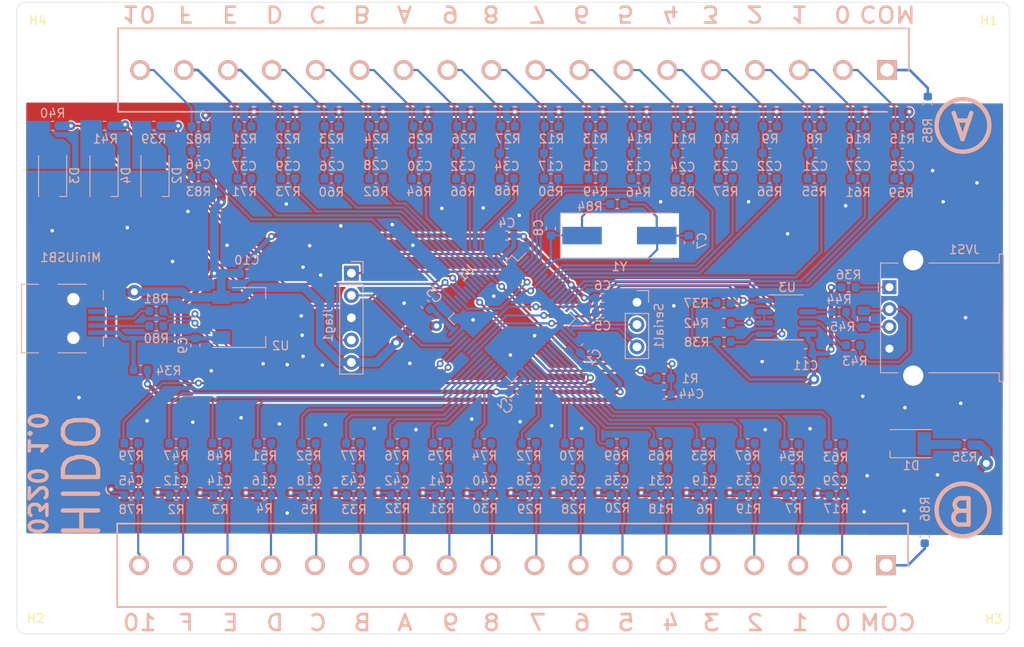
<source format=kicad_pcb>
(kicad_pcb (version 20241229) (generator "pcbnew") (generator_version "9.0")
  (layers (0 "F.Cu" signal) (2 "B.Cu" signal) (13 "F.Paste" user) (15 "B.Paste" user) (5 "F.SilkS" user "F.Silkscreen") (7 "B.SilkS" user "B.Silkscreen") (1 "F.Mask" user) (3 "B.Mask" user) (25 "Edge.Cuts" user))
  (net 0 "")
  (net 1 "GND")
  (net 2 "+3V3")
  (net 3 "/mcu/OSC_IN")
  (net 4 "/mcu/OSC_OUT")
  (net 5 "+5V")
  (net 6 "Net-(C9-Pad1)")
  (net 7 "/SYS_SWCLK")
  (net 8 "/SYS_SWDIO")
  (net 9 "/NRST")
  (net 10 "/rs485/rs485_A")
  (net 11 "/rs485/rs485_B")
  (net 12 "/mcu/USART_TX")
  (net 13 "/mcu/USART_RX")
  (net 14 "Net-(U1-Pad1)")
  (net 15 "/mcu/IN24")
  (net 16 "/mcu/IN3")
  (net 17 "/mcu/IN23")
  (net 18 "/mcu/IN4")
  (net 19 "/mcu/TIM4")
  (net 20 "/mcu/IN5")
  (net 21 "/mcu/TIM3")
  (net 22 "/mcu/ADC3")
  (net 23 "/mcu/IN14")
  (net 24 "/mcu/ADC1")
  (net 25 "/mcu/ADC2")
  (net 26 "/mcu/IN1")
  (net 27 "/mcu/IN2")
  (net 28 "/mcu/TIM1")
  (net 29 "/mcu/IN10")
  (net 30 "/mcu/TIM2")
  (net 31 "/mcu/IN9")
  (net 32 "/mcu/IN13")
  (net 33 "/mcu/IN8")
  (net 34 "/mcu/ADC4")
  (net 35 "/mcu/IN7")
  (net 36 "/mcu/IN15")
  (net 37 "/mcu/IN6")
  (net 38 "/mcu/IN16")
  (net 39 "/mcu/IN17")
  (net 40 "/mcu/IN12")
  (net 41 "/mcu/IN18")
  (net 42 "/mcu/IN11")
  (net 43 "/mcu/IN19")
  (net 44 "/mcu/IN20")
  (net 45 "/mcu/IN21")
  (net 46 "/mcu/IN22")
  (net 47 "Net-(C44-Pad1)")
  (net 48 "Net-(D1-Pad2)")
  (net 49 "Net-(D2-Pad2)")
  (net 50 "Net-(D3-Pad2)")
  (net 51 "Net-(D4-Pad2)")
  (net 52 "/mcu/IN25")
  (net 53 "Net-(R1-Pad2)")
  (net 54 "/mcu/LED1")
  (net 55 "/mcu/LED2")
  (net 56 "/mcu/LED3")
  (net 57 "Net-(R43-Pad2)")
  (net 58 "Net-(R44-Pad2)")
  (net 59 "Net-(U1-Pad21)")
  (net 60 "Net-(U1-Pad20)")
  (net 61 "/mcu/uC_IN3")
  (net 62 "/mcu/uC_IN24")
  (net 63 "/mcu/uC_IN23")
  (net 64 "/mcu/uC_IN4")
  (net 65 "/mcu/uC_IN5")
  (net 66 "/mcu/uC_TIM4")
  (net 67 "/mcu/uC_TIM3")
  (net 68 "/mcu/uC_ADC3")
  (net 69 "/mcu/uC_IN14")
  (net 70 "/mcu/uC_ADC1")
  (net 71 "/mcu/uC_ADC2")
  (net 72 "/mcu/uC_IN1")
  (net 73 "/mcu/uC_IN2")
  (net 74 "/mcu/uC_TIM1")
  (net 75 "/mcu/uC_IN10")
  (net 76 "/mcu/uC_TIM2")
  (net 77 "/mcu/uC_IN9")
  (net 78 "/mcu/uC_IN13")
  (net 79 "/mcu/uC_IN8")
  (net 80 "/mcu/uC_ADC4")
  (net 81 "/mcu/uC_IN7")
  (net 82 "/mcu/uC_IN15")
  (net 83 "/mcu/uC_IN6")
  (net 84 "/mcu/uC_IN16")
  (net 85 "/mcu/uC_IN17")
  (net 86 "/mcu/uC_IN12")
  (net 87 "/mcu/uC_IN18")
  (net 88 "/mcu/uC_IN11")
  (net 89 "/mcu/uC_IN19")
  (net 90 "/mcu/uC_IN20")
  (net 91 "/mcu/uC_IN21")
  (net 92 "/mcu/uC_IN22")
  (net 93 "/mcu/uC_IN25")
  (net 94 "/USB_D_P")
  (net 95 "/USB_D_N")
  (net 96 "/mcu/IN26")
  (net 97 "/mcu/uC_IN26")
  (net 98 "/mcu/USART_TX_JVC")
  (net 99 "/mcu/USART_RX_JVC")
  (net 100 "/mcu/USART_EN_JVC")
  (net 101 "Net-(J6-Pad1)")
  (net 102 "Net-(J7-Pad1)")
  (net 103 "Net-(MiniUSB1-Pad4)")
  (net 104 "Net-(MiniUSB1-Pad3)")
  (net 105 "Net-(MiniUSB1-Pad2)")
  (net 106 "Net-(JVS1-Pad1)")
  (footprint "MountingHole:MountingHole_5mm" (layer "F.Cu") (at 195.7 122.6)
    (property "Reference" "H3")
    (property "Value" "MountingHole")
  )
  (footprint "MountingHole:MountingHole_5mm" (layer "F.Cu") (at 195.6 61.3)
    (property "Reference" "H1")
    (property "Value" "MountingHole")
  )
  (footprint "MountingHole:MountingHole_5mm" (layer "F.Cu") (at 93.4 122.6)
    (property "Reference" "H2")
    (property "Value" "MountingHole")
  )
  (footprint "MountingHole:MountingHole_5mm" (layer "F.Cu") (at 93.3 61.4)
    (property "Reference" "H4")
    (property "Value" "MountingHole")
  )
  (footprint "Capacitor_SMD:C_0603_1608Metric" (layer "B.Cu") (at 177.7825 96 180)
    (property "Reference" "C11")
    (property "Value" "100nF")
  )
  (footprint "Connector_USB:USB_Mini-B_Lumberg_2486_01_Horizontal" (layer "B.Cu") (at 94.46 92.05 90)
    (property "Reference" "MiniUSB1")
    (property "Value" "USB_B_Mini")
  )
  (footprint "Connector_USB:USB_A_Stewart_SS-52100-001_Horizontal" (layer "B.Cu") (at 187.33 88.48 -90)
    (property "Reference" "JVS1")
    (property "Value" "JVS")
  )
  (footprint "Resistor_SMD:R_0603_1608Metric" (layer "B.Cu") (at 161.66 98.85 180)
    (property "Reference" "R1")
    (property "Value" "10k")
  )
  (footprint "Resistor_SMD:R_0603_1608Metric" (layer "B.Cu") (at 106.19 112.2 180)
    (property "Reference" "R2")
    (property "Value" "10k")
  )
  (footprint "Resistor_SMD:R_0603_1608Metric" (layer "B.Cu") (at 111.1825 112.2 180)
    (property "Reference" "R3")
    (property "Value" "10k")
  )
  (footprint "Resistor_SMD:R_0603_1608Metric" (layer "B.Cu") (at 166.29 112.2 180)
    (property "Reference" "R6")
    (property "Value" "10k")
  )
  (footprint "Resistor_SMD:R_0603_1608Metric" (layer "B.Cu") (at 176.4 112.2 180)
    (property "Reference" "R7")
    (property "Value" "10k")
  )
  (footprint "Resistor_SMD:R_0603_1608Metric" (layer "B.Cu") (at 178.81 70.16)
    (property "Reference" "R8")
    (property "Value" "10k")
  )
  (footprint "Resistor_SMD:R_0603_1608Metric" (layer "B.Cu") (at 173.75 70.16)
    (property "Reference" "R9")
    (property "Value" "10k")
  )
  (footprint "Resistor_SMD:R_0603_1608Metric" (layer "B.Cu") (at 168.8 70.16)
    (property "Reference" "R10")
    (property "Value" "10k")
  )
  (footprint "Resistor_SMD:R_0603_1608Metric" (layer "B.Cu") (at 168.45 90.3 180)
    (property "Reference" "R37")
    (property "Value" "10k")
  )
  (footprint "Resistor_SMD:R_0603_1608Metric" (layer "B.Cu") (at 168.5 94.7 180)
    (property "Reference" "R38")
    (property "Value" "10k")
  )
  (footprint "Resistor_SMD:R_0603_1608Metric" (layer "B.Cu") (at 168.5 92.55)
    (property "Reference" "R42")
    (property "Value" "10k")
  )
  (footprint "Resistor_SMD:R_0603_1608Metric" (layer "B.Cu") (at 181.6 91.3 180)
    (property "Reference" "R44")
    (property "Value" "0R")
  )
  (footprint "Resistor_SMD:R_0603_1608Metric" (layer "B.Cu") (at 102.1 97.9)
    (property "Reference" "R34")
    (property "Value" "0R")
  )
  (footprint "Resistor_SMD:R_0603_1608Metric" (layer "B.Cu") (at 182.6875 88.5 180)
    (property "Reference" "R36")
    (property "Value" "0R")
  )
  (footprint "Resistor_SMD:R_0805_2012Metric" (layer "B.Cu") (at 184.4 92.1 90)
    (property "Reference" "R45")
    (property "Value" "120R")
  )
  (footprint "Resistor_SMD:R_0603_1608Metric" (layer "B.Cu") (at 161.3375 112.2 180)
    (property "Reference" "R18")
    (property "Value" "10k")
  )
  (footprint "Resistor_SMD:R_0603_1608Metric" (layer "B.Cu") (at 171.2925 112.2 180)
    (property "Reference" "R19")
    (property "Value" "10k")
  )
  (footprint "Resistor_SMD:R_0603_1608Metric" (layer "B.Cu") (at 113.93 70.16)
    (property "Reference" "R21")
    (property "Value" "10k")
  )
  (footprint "Resistor_SMD:R_0603_1608Metric" (layer "B.Cu") (at 118.89 70.16)
    (property "Reference" "R22")
    (property "Value" "10k")
  )
  (footprint "Resistor_SMD:R_0603_1608Metric" (layer "B.Cu") (at 116.2 112.2 180)
    (property "Reference" "R4")
    (property "Value" "10k")
  )
  (footprint "Resistor_SMD:R_0603_1608Metric" (layer "B.Cu") (at 163.91 70.16)
    (property "Reference" "R11")
    (property "Value" "10k")
  )
  (footprint "Capacitor_SMD:C_0603_1608Metric" (layer "B.Cu") (at 143.8 82.6 180)
    (property "Reference" "C4")
    (property "Value" "100nF")
  )
  (footprint "Capacitor_SMD:C_0603_1608Metric" (layer "B.Cu") (at 158.8 73.2 180)
    (property "Reference" "C13")
    (property "Value" "10pF")
  )
  (footprint "Capacitor_SMD:C_0603_1608Metric" (layer "B.Cu") (at 148.8 73.2 180)
    (property "Reference" "C17")
    (property "Value" "10pF")
  )
  (footprint "Capacitor_SMD:C_0603_1608Metric" (layer "B.Cu") (at 178.9125 73.2 180)
    (property "Reference" "C21")
    (property "Value" "10pF")
  )
  (footprint "Capacitor_SMD:C_0603_1608Metric" (layer "B.Cu") (at 173.7 73.2 180)
    (property "Reference" "C22")
    (property "Value" "10pF")
  )
  (footprint "Capacitor_SMD:C_0603_1608Metric" (layer "B.Cu") (at 168.7125 73.2 180)
    (property "Reference" "C23")
    (property "Value" "10pF")
  )
  (footprint "Capacitor_SMD:C_0603_1608Metric" (layer "B.Cu") (at 163.8 73.2 180)
    (property "Reference" "C24")
    (property "Value" "10pF")
  )
  (footprint "Capacitor_SMD:C_0603_1608Metric" (layer "B.Cu") (at 188.7875 73.2 180)
    (property "Reference" "C25")
    (property "Value" "10pF")
  )
  (footprint "Capacitor_SMD:C_0603_1608Metric" (layer "B.Cu") (at 123.8875 73.2 180)
    (property "Reference" "C26")
    (property "Value" "10pF")
  )
  (footprint "Capacitor_SMD:C_0603_1608Metric" (layer "B.Cu") (at 183.8 73.2 180)
    (property "Reference" "C27")
    (property "Value" "10pF")
  )
  (footprint "Capacitor_SMD:C_0603_1608Metric" (layer "B.Cu") (at 133.9 73.2 180)
    (property "Reference" "C30")
    (property "Value" "10pF")
  )
  (footprint "Capacitor_SMD:C_0603_1608Metric" (layer "B.Cu") (at 138.8 73.2 180)
    (property "Reference" "C32")
    (property "Value" "10pF")
  )
  (footprint "Capacitor_SMD:C_0603_1608Metric" (layer "B.Cu") (at 143.8 73.2 180)
    (property "Reference" "C34")
    (property "Value" "10pF")
  )
  (footprint "Capacitor_SMD:C_0603_1608Metric" (layer "B.Cu") (at 113.9 73.2 180)
    (property "Reference" "C37")
    (property "Value" "10pF")
  )
  (footprint "Capacitor_SMD:C_0603_1608Metric" (layer "B.Cu") (at 118.9125 73.2 180)
    (property "Reference" "C39")
    (property "Value" "10pF")
  )
  (footprint "Capacitor_SMD:C_0603_1608Metric" (layer "B.Cu") (at 161.6875 100.7 180)
    (property "Reference" "C44")
    (property "Value" "1uF")
  )
  (footprint "LED_SMD:LED_PLCC-2" (layer "B.Cu") (at 189.8 106.3)
    (property "Reference" "D1")
    (property "Value" "LED")
  )
  (footprint "LED_SMD:LED_PLCC-2" (layer "B.Cu") (at 103.75 75.75 90)
    (property "Reference" "D2")
    (property "Value" "LED")
  )
  (footprint "LED_SMD:LED_PLCC-2" (layer "B.Cu") (at 92.1 75.75 90)
    (property "Reference" "D3")
    (property "Value" "LED")
  )
  (footprint "LED_SMD:LED_PLCC-2" (layer "B.Cu") (at 97.95 75.75 90)
    (property "Reference" "D4")
    (property "Value" "LED")
  )
  (footprint "1708006:SHDR18W130P0X500_1X18_9000X950X1500P" (layer "B.Cu") (at 187.05 63.75 180)
    (property "Reference" "J6")
    (property "Value" "Screw_Terminal_01x18" (hide yes))
  )
  (footprint "1708006:SHDR18W130P0X500_1X18_9000X950X1500P" (layer "B.Cu") (at 186.95 120.15 180)
    (property "Reference" "J7")
    (property "Value" "Screw_Terminal_01x18" (hide yes))
  )
  (footprint "Resistor_SMD:R_0603_1608Metric" (layer "B.Cu") (at 153.88 70.16)
    (property "Reference" "R13")
    (property "Value" "10k")
  )
  (footprint "Resistor_SMD:R_0603_1608Metric" (layer "B.Cu") (at 158.88 70.16)
    (property "Reference" "R14")
    (property "Value" "10k")
  )
  (footprint "Resistor_SMD:R_0603_1608Metric" (layer "B.Cu") (at 128.96 70.16)
    (property "Reference" "R24")
    (property "Value" "10k")
  )
  (footprint "Resistor_SMD:R_0603_1608Metric" (layer "B.Cu") (at 133.9625 70.16)
    (property "Reference" "R25")
    (property "Value" "10k")
  )
  (footprint "Resistor_SMD:R_0603_1608Metric" (layer "B.Cu") (at 138.93 70.16)
    (property "Reference" "R26")
    (property "Value" "10k")
  )
  (footprint "Resistor_SMD:R_0603_1608Metric" (layer "B.Cu") (at 146.39 112.2 180)
    (property "Reference" "R29")
    (property "Value" "10k")
  )
  (footprint "Resistor_SMD:R_0603_1608Metric" (layer "B.Cu") (at 141.34 112.2 180)
    (property "Reference" "R30")
    (property "Value" "10k")
  )
  (footprint "Resistor_SMD:R_0603_1608Metric" (layer "B.Cu") (at 136.4 112.2 180)
    (property "Reference" "R31")
    (property "Value" "10k")
  )
  (footprint "Resistor_SMD:R_0603_1608Metric" (layer "B.Cu") (at 131.35 112.2 180)
    (property "Reference" "R32")
    (property "Value" "10k")
  )
  (footprint "Resistor_SMD:R_0603_1608Metric" (layer "B.Cu") (at 126.3675 112.2 180)
    (property "Reference" "R33")
    (property "Value" "10k")
  )
  (footprint "Resistor_SMD:R_0603_1608Metric" (layer "B.Cu") (at 195.8875 106.4)
    (property "Reference" "R35")
    (property "Value" "150R")
  )
  (footprint "Resistor_SMD:R_0603_1608Metric" (layer "B.Cu") (at 103.6125 70.1 180)
    (property "Reference" "R39")
    (property "Value" "150R")
  )
  (footprint "Resistor_SMD:R_0603_1608Metric" (layer "B.Cu") (at 92.1 70.1 180)
    (property "Reference" "R40")
    (property "Value" "150R")
  )
  (footprint "Resistor_SMD:R_0603_1608Metric" (layer "B.Cu") (at 98.0125 70.1 180)
    (property "Reference" "R41")
    (property "Value" "150R")
  )
  (footprint "Resistor_SMD:R_0603_1608Metric" (layer "B.Cu") (at 158.77 76.1 180)
    (property "Reference" "R46")
    (property "Value" "100R")
  )
  (footprint "Resistor_SMD:R_0603_1608Metric" (layer "B.Cu") (at 106.15 106.26)
    (property "Reference" "R47")
    (property "Value" "100R")
  )
  (footprint "Resistor_SMD:R_0603_1608Metric" (layer "B.Cu") (at 111.1 106.26)
    (property "Reference" "R48")
    (property "Value" "100R")
  )
  (footprint "Resistor_SMD:R_0603_1608Metric" (layer "B.Cu") (at 153.8825 76.1 180)
    (property "Reference" "R49")
    (property "Value" "100R")
  )
  (footprint "Resistor_SMD:R_0603_1608Metric" (layer "B.Cu") (at 148.81 76.1 180)
    (property "Reference" "R50")
    (property "Value" "100R")
  )
  (footprint "Resistor_SMD:R_0603_1608Metric" (layer "B.Cu") (at 116.2 106.26)
    (property "Reference" "R51")
    (property "Value" "100R")
  )
  (footprint "Resistor_SMD:R_0603_1608Metric" (layer "B.Cu") (at 121.24 106.26)
    (property "Reference" "R52")
    (property "Value" "100R")
  )
  (footprint "Resistor_SMD:R_0603_1608Metric" (layer "B.Cu") (at 166.2 106.26)
    (property "Reference" "R53")
    (property "Value" "100R")
  )
  (footprint "Resistor_SMD:R_0603_1608Metric" (layer "B.Cu") (at 176.2 106.33)
    (property "Reference" "R54")
    (property "Value" "100R")
  )
  (footprint "Resistor_SMD:R_0603_1608Metric" (layer "B.Cu") (at 178.8 76.1 180)
    (property "Reference" "R55")
    (property "Value" "100R")
  )
  (footprint "Resistor_SMD:R_0603_1608Metric" (layer "B.Cu") (at 173.7 76.1 180)
    (property "Reference" "R56")
    (property "Value" "100R")
  )
  (footprint "Resistor_SMD:R_0603_1608Metric" (layer "B.Cu") (at 168.7 76.1 180)
    (property "Reference" "R57")
    (property "Value" "100R")
  )
  (footprint "Resistor_SMD:R_0603_1608Metric" (layer "B.Cu") (at 163.81 76.1 180)
    (property "Reference" "R58")
    (property "Value" "100R")
  )
  (footprint "Resistor_SMD:R_0603_1608Metric" (layer "B.Cu") (at 188.68 76.1 180)
    (property "Reference" "R59")
    (property "Value" "100R")
  )
  (footprint "Resistor_SMD:R_0603_1608Metric" (layer "B.Cu") (at 123.82 76.1 180)
    (property "Reference" "R60")
    (property "Value" "100R")
  )
  (footprint "Resistor_SMD:R_0603_1608Metric" (layer "B.Cu") (at 183.7625 76.1 180)
    (property "Reference" "R61")
    (property "Value" "100R")
  )
  (footprint "Resistor_SMD:R_0603_1608Metric" (layer "B.Cu") (at 128.9125 76.1 180)
    (property "Reference" "R62")
    (property "Value" "100R")
  )
  (footprint "Resistor_SMD:R_0603_1608Metric" (layer "B.Cu") (at 181.2 106.4)
    (property "Reference" "R63")
    (property "Value" "100R")
  )
  (footprint "Resistor_SMD:R_0603_1608Metric" (layer "B.Cu") (at 133.8 76.1 180)
    (property "Reference" "R64")
    (property "Value" "100R")
  )
  (footprint "Resistor_SMD:R_0603_1608Metric" (layer "B.Cu") (at 161.2875 106.26)
    (property "Reference" "R65")
    (property "Value" "100R")
  )
  (footprint "Resistor_SMD:R_0603_1608Metric" (layer "B.Cu") (at 138.8 76.1 180)
    (property "Reference" "R66")
    (property "Value" "100R")
  )
  (footprint "Resistor_SMD:R_0603_1608Metric" (layer "B.Cu") (at 171.21 106.26)
    (property "Reference" "R67")
    (property "Value" "100R")
  )
  (footprint "Resistor_SMD:R_0603_1608Metric" (layer "B.Cu") (at 143.8 76.1 180)
    (property "Reference" "R68")
    (property "Value" "100R")
  )
  (footprint "Resistor_SMD:R_0603_1608Metric" (layer "B.Cu") (at 156.3 106.26)
    (property "Reference" "R69")
    (property "Value" "100R")
  )
  (footprint "Resistor_SMD:R_0603_1608Metric" (layer "B.Cu") (at 151.1875 106.26)
    (property "Reference" "R70")
    (property "Value" "100R")
  )
  (footprint "Resistor_SMD:R_0603_1608Metric" (layer "B.Cu") (at 113.9125 76.1 180)
    (property "Reference" "R71")
    (property "Value" "100R")
  )
  (footprint "Resistor_SMD:R_0603_1608Metric" (layer "B.Cu") (at 146.3 106.26)
    (property "Reference" "R72")
    (property "Value" "100R")
  )
  (footprint "Resistor_SMD:R_0603_1608Metric" (layer "B.Cu") (at 118.9 76.1 180)
    (property "Reference" "R73")
    (property "Value" "100R")
  )
  (footprint "Resistor_SMD:R_0603_1608Metric" (layer "B.Cu") (at 141.23 106.26)
    (property "Reference" "R74")
    (property "Value" "100R")
  )
  (footprint "Resistor_SMD:R_0603_1608Metric" (layer "B.Cu") (at 136.2 106.26)
    (property "Reference" "R75")
    (property "Value" "100R")
  )
  (footprint "Resistor_SMD:R_0603_1608Metric" (layer "B.Cu") (at 131.3 106.26)
    (property "Reference" "R76")
    (property "Value" "100R")
  )
  (footprint "Resistor_SMD:R_0603_1608Metric" (layer "B.Cu") (at 126.3 106.26)
    (property "Reference" "R77")
    (property "Value" "100R")
  )
  (footprint "Connector_PinHeader_2.54mm:PinHeader_1x03_P2.54mm_Vertical" (layer "B.Cu") (at 158.6 90.2 180)
    (property "Reference" "Serial1")
    (property "Value" "Conn_01x03")
  )
  (footprint "Resistor_SMD:R_0603_1608Metric" (layer "B.Cu") (at 181.27 112.2 180)
    (property "Reference" "R17")
    (property "Value" "10k")
  )
  (footprint "Connector_PinHeader_2.54mm:PinHeader_1x05_P2.54mm_Vertical" (layer "B.Cu") (at 126.1 86.88 180)
    (property "Reference" "Jtag1")
    (property "Value" "Conn_01x05")
  )
  (footprint "Capacitor_SMD:C_0603_1608Metric" (layer "B.Cu") (at 114.21 86.95)
    (property "Reference" "C10")
    (property "Value" "4,7uF")
  )
  (footprint "Capacitor_SMD:C_0603_1608Metric" (layer "B.Cu") (at 108.35 95.1 -90)
    (property "Reference" "C9")
    (property "Value" "10uF")
  )
  (footprint "sirena_TO_SOT_SMD:SOT-223-3_TabPin2" (layer "B.Cu") (at 114.44 91.93)
    (property "Reference" "U2")
    (property "Value" "TPS7B6933QDCYRQ1")
  )
  (footprint "Crystal:Crystal_SMD_HC49-SD" (layer "B.Cu") (at 156.6 82.6)
    (property "Reference" "Y1")
    (property "Value" "8 MHz")
  )
  (footprint "Package_QFP:LQFP-64_10x10mm_P0.5mm" (layer "B.Cu") (at 144.37 92.08 -135)
    (property "Reference" "U1")
    (property "Value" "STM32F102RBTx")
  )
  (footprint "Capacitor_SMD:C_0603_1608Metric" (layer "B.Cu") (at 144.6 101 -45)
    (property "Reference" "C2")
    (property "Value" "100nF")
  )
  (footprint "Capacitor_SMD:C_0603_1608Metric" (layer "B.Cu") (at 134.5 90.4 135)
    (property "Reference" "C3")
    (property "Value" "100nF")
  )
  (footprint "Capacitor_SMD:C_0603_1608Metric" (layer "B.Cu") (at 148.8 81.8 90)
    (property "Reference" "C8")
    (property "Value" "30pF")
  )
  (footprint "Capacitor_SMD:C_0603_1608Metric" (layer "B.Cu") (at 164.5 83.4 -90)
    (property "Reference" "C7")
    (property "Value" "30pF")
  )
  (footprint "Capacitor_SMD:C_0603_1608Metric" (layer "B.Cu") (at 153.9 73.2 180)
    (property "Reference" "C15")
    (property "Value" "10pF")
  )
  (footprint "Resistor_SMD:R_0603_1608Metric" (layer "B.Cu") (at 123.85 70.16)
    (property "Reference" "R23")
    (property "Value" "10k")
  )
  (footprint "Resistor_SMD:R_0603_1608Metric" (layer "B.Cu") (at 148.88 70.16)
    (property "Reference" "R12")
    (property "Value" "10k")
  )
  (footprint "Resistor_SMD:R_0603_1608Metric" (layer "B.Cu") (at 143.92 70.16)
    (property "Reference" "R27")
    (property "Value" "10k")
  )
  (footprint "Resistor_SMD:R_0603_1608Metric" (layer "B.Cu") (at 151.36 112.2 180)
    (property "Reference" "R28")
    (property "Value" "10k")
  )
  (footprint "Resistor_SMD:R_0603_1608Metric" (layer "B.Cu") (at 101.05 112.2 180)
    (property "Reference" "R78")
    (property "Value" "10k")
  )
  (footprint "Resistor_SMD:R_0603_1608Metric" (layer "B.Cu") (at 101.05 106.26)
    (property "Reference" "R79")
    (property "Value" "100R")
  )
  (footprint "Resistor_SMD:R_0603_1608Metric" (layer "B.Cu") (at 156.36 112.2 180)
    (property "Reference" "R20")
    (property "Value" "10k")
  )
  (footprint "Resistor_SMD:R_0603_1608Metric" (layer "B.Cu") (at 183.79 70.16)
    (property "Reference" "R16")
    (property "Value" "10k")
  )
  (footprint "Package_SO:SOIC-8_3.9x4.9mm_P1.27mm" (layer "B.Cu") (at 175.57 91.92)
    (property "Reference" "U3")
    (property "Value" "SN65HVD1786D")
  )
  (footprint "Resistor_SMD:R_0603_1608Metric" (layer "B.Cu") (at 103.9 91.2)
    (property "Reference" "R81")
    (property "Value" "0R")
  )
  (footprint "Resistor_SMD:R_0603_1608Metric" (layer "B.Cu") (at 103.9 92.9)
    (property "Reference" "R80")
    (property "Value" "0R")
  )
  (footprint "Capacitor_SMD:C_0603_1608Metric" (layer "B.Cu") (at 154.7 89.7)
    (property "Reference" "C6")
    (property "Value" "1uF")
  )
  (footprint "Capacitor_SMD:C_0603_1608Metric" (layer "B.Cu") (at 154.7 91.45)
    (property "Reference" "C5")
    (property "Value" "10nF")
  )
  (footprint "Resistor_SMD:R_0603_1608Metric" (layer "B.Cu") (at 156.35 79)
    (property "Reference" "R84")
    (property "Value" "1M")
  )
  (footprint "Resistor_SMD:R_0603_1608Metric" (layer "B.Cu") (at 183.2 95.1 180)
    (property "Reference" "R43")
    (property "Value" "0R")
  )
  (footprint "Capacitor_SMD:C_0603_1608Metric" (layer "B.Cu") (at 176.3 109.1)
    (property "Reference" "C20")
    (property "Value" "10pF")
  )
  (footprint "Capacitor_SMD:C_0603_1608Metric" (layer "B.Cu") (at 161.3 109.1)
    (property "Reference" "C31")
    (property "Value" "10pF")
  )
  (footprint "Capacitor_SMD:C_0603_1608Metric" (layer "B.Cu") (at 156.3 109.1)
    (property "Reference" "C35")
    (property "Value" "10pF")
  )
  (footprint "Capacitor_SMD:C_0603_1608Metric" (layer "B.Cu") (at 151.3 109.1)
    (property "Reference" "C36")
    (property "Value" "10pF")
  )
  (footprint "Capacitor_SMD:C_0603_1608Metric" (layer "B.Cu") (at 171.2875 109.1)
    (property "Reference" "C33")
    (property "Value" "10pF")
  )
  (footprint "Capacitor_SMD:C_0603_1608Metric" (layer "B.Cu") (at 101.05 109.1)
    (property "Reference" "C45")
    (property "Value" "10pF")
  )
  (footprint "Capacitor_SMD:C_0603_1608Metric" (layer "B.Cu") (at 106.15 109.1)
    (property "Reference" "C12")
    (property "Value" "10pF")
  )
  (footprint "Capacitor_SMD:C_0603_1608Metric" (layer "B.Cu") (at 166.3 109.1)
    (property "Reference" "C19")
    (property "Value" "10pF")
  )
  (footprint "Capacitor_SMD:C_0603_1608Metric" (layer "B.Cu") (at 116.2 109.1)
    (property "Reference" "C16")
    (property "Value" "10pF")
  )
  (footprint "Capacitor_SMD:C_0603_1608Metric" (layer "B.Cu") (at 111.1 109.1)
    (property "Reference" "C14")
    (property "Value" "10pF")
  )
  (footprint "Capacitor_SMD:C_0603_1608Metric" (layer "B.Cu") (at 146.3 109.1)
    (property "Reference" "C38")
    (property "Value" "10pF")
  )
  (footprint "Capacitor_SMD:C_0603_1608Metric" (layer "B.Cu") (at 136.3 109.1)
    (property "Reference" "C41")
    (property "Value" "10pF")
  )
  (footprint "Capacitor_SMD:C_0603_1608Metric" (layer "B.Cu") (at 131.3 109.1)
    (property "Reference" "C42")
    (property "Value" "10pF")
  )
  (footprint "Capacitor_SMD:C_0603_1608Metric" (layer "B.Cu") (at 126.3125 109.1)
    (property "Reference" "C43")
    (property "Value" "10pF")
  )
  (footprint "Capacitor_SMD:C_0603_1608Metric" (layer "B.Cu") (at 121.3 109.1)
    (property "Reference" "C18")
    (property "Value" "10pF")
  )
  (footprint "Capacitor_SMD:C_0603_1608Metric" (layer "B.Cu") (at 141.3 109.1)
    (property "Reference" "C40")
    (property "Value" "10pF")
  )
  (footprint "Capacitor_SMD:C_0603_1608Metric" (layer "B.Cu") (at 152.7 95.4 45)
    (property "Reference" "C1")
    (property "Value" "100nF")
  )
  (footprint "Resistor_SMD:R_0603_1608Metric" (layer "B.Cu") (at 191.7 67.5625 90)
    (property "Reference" "R85")
    (property "Value" "0R")
  )
  (footprint "Resistor_SMD:R_0603_1608Metric" (layer "B.Cu") (at 191.35 116.85 90)
    (property "Reference" "R86")
    (property "Value" "0R")
  )
  (footprint "Resistor_SMD:R_0603_1608Metric" (layer "B.Cu") (at 108.7 75.9 180)
    (property "Reference" "R83")
    (property "Value" "100R")
  )
  (footprint "Capacitor_SMD:C_0603_1608Metric" (layer "B.Cu") (at 108.7 73 180)
    (property "Reference" "C46")
    (property "Value" "10pF")
  )
  (footprint "Resistor_SMD:R_0603_1608Metric" (layer "B.Cu") (at 108.7 70.2)
    (property "Reference" "R82")
    (property "Value" "10k")
  )
  (footprint "Capacitor_SMD:C_0603_1608Metric" (layer "B.Cu") (at 128.9 73.2 180)
    (property "Reference" "C28")
    (property "Value" "10pF")
  )
  (footprint "Resistor_SMD:R_0603_1608Metric" (layer "B.Cu") (at 188.8 70.16)
    (property "Reference" "R15")
    (property "Value" "10k")
  )
  (footprint "Capacitor_SMD:C_0603_1608Metric" (layer "B.Cu") (at 181.2 109.1)
    (property "Reference" "C29")
    (property "Value" "10pF")
  )
  (footprint "Resistor_SMD:R_0603_1608Metric" (layer "B.Cu") (at 121.33 112.2 180)
    (property "Reference" "R5")
    (property "Value" "10k")
  )
  (gr_circle (center 195.7 70.05) (end 198.7 70.05) (stroke (width 0.5)) (fill no) (layer "B.SilkS"))
  (gr_circle (center 195.7 113.85) (end 198.7 113.85) (stroke (width 0.5)) (fill no) (layer "B.SilkS"))
  (gr_arc (start 200.96 127) (mid 200.678823 127.678823) (end 200 127.96) (stroke (width 0.05)) (layer "Edge.Cuts"))
  (gr_arc (start 88.01 57) (mid 88.291177 56.321177) (end 88.97 56.04) (stroke (width 0.05)) (layer "Edge.Cuts"))
  (gr_arc (start 89 127.96) (mid 88.321177 127.678823) (end 88.04 127) (stroke (width 0.05)) (layer "Edge.Cuts"))
  (gr_line (start 200.96 127) (end 200.96 57) (stroke (width 0.05)) (layer "Edge.Cuts"))
  (gr_line (start 89 127.96) (end 200 127.96) (stroke (width 0.05)) (layer "Edge.Cuts"))
  (gr_line (start 88.97 56.04) (end 200 56.04) (stroke (width 0.05)) (layer "Edge.Cuts"))
  (gr_line (start 88.04 127) (end 88.01 57) (stroke (width 0.05)) (layer "Edge.Cuts"))
  (gr_arc (start 200 56.04) (mid 200.678823 56.321177) (end 200.96 57) (stroke (width 0.05)) (layer "Edge.Cuts"))
  (gr_text "3" (at 167.05 126.7 0) (layer "B.SilkS") (effects (font (size 1.8 2) (thickness 0.3)) (justify mirror)))
  (gr_text "4" (at 162.45 126.7 0) (layer "B.SilkS") (effects (font (size 1.8 2) (thickness 0.3)) (justify mirror)))
  (gr_text "5" (at 157.35 126.7 0) (layer "B.SilkS") (effects (font (size 1.8 2) (thickness 0.3)) (justify mirror)))
  (gr_text "6" (at 152.35 126.7 0) (layer "B.SilkS") (effects (font (size 1.8 2) (thickness 0.3)) (justify mirror)))
  (gr_text "7" (at 147.3 126.7 0) (layer "B.SilkS") (effects (font (size 1.8 2) (thickness 0.3)) (justify mirror)))
  (gr_text "9" (at 137.4 126.7 0) (layer "B.SilkS") (effects (font (size 1.8 2) (thickness 0.3)) (justify mirror)))
  (gr_text "8" (at 142.05 126.7 0) (layer "B.SilkS") (effects (font (size 1.8 2) (thickness 0.3)) (justify mirror)))
  (gr_text "E" (at 112.35 126.7 0) (layer "B.SilkS") (effects (font (size 1.8 2) (thickness 0.3)) (justify mirror)))
  (gr_text "A\n" (at 132.2 126.7 0) (layer "B.SilkS") (effects (font (size 1.8 2) (thickness 0.3)) (justify mirror)))
  (gr_text "B" (at 127.35 126.7 0) (layer "B.SilkS") (effects (font (size 1.8 2) (thickness 0.3)) (justify mirror)))
  (gr_text "D" (at 117.4 126.7 0) (layer "B.SilkS") (effects (font (size 1.8 2) (thickness 0.3)) (justify mirror)))
  (gr_text "10" (at 102 126.7 0) (layer "B.SilkS") (effects (font (size 1.8 2) (thickness 0.3)) (justify mirror)))
  (gr_text "F" (at 107.3 126.7 0) (layer "B.SilkS") (effects (font (size 1.8 2) (thickness 0.3)) (justify mirror)))
  (gr_text "0" (at 182.05 126.7 0) (layer "B.SilkS") (effects (font (size 1.8 2) (thickness 0.3)) (justify mirror)))
  (gr_text "C" (at 122.3 126.7 0) (layer "B.SilkS") (effects (font (size 1.8 2) (thickness 0.3)) (justify mirror)))
  (gr_text "1" (at 177.15 126.7 0) (layer "B.SilkS") (effects (font (size 1.8 2) (thickness 0.3)) (justify mirror)))
  (gr_text "COM" (at 187.15 126.7 0) (layer "B.SilkS") (effects (font (size 1.8 2) (thickness 0.3)) (justify mirror)))
  (gr_text "6" (at 152.3 57.35 180) (layer "B.SilkS") (effects (font (size 1.8 2) (thickness 0.3)) (justify mirror)))
  (gr_text "A\n" (at 132.15 57.35 180) (layer "B.SilkS") (effects (font (size 1.8 2) (thickness 0.3)) (justify mirror)))
  (gr_text "2" (at 172 57.35 180) (layer "B.SilkS") (effects (font (size 1.8 2) (thickness 0.3)) (justify mirror)))
  (gr_text "3" (at 167 57.35 180) (layer "B.SilkS") (effects (font (size 1.8 2) (thickness 0.3)) (justify mirror)))
  (gr_text "E" (at 112.3 57.35 180) (layer "B.SilkS") (effects (font (size 1.8 2) (thickness 0.3)) (justify mirror)))
  (gr_text "5" (at 157.3 57.35 180) (layer "B.SilkS") (effects (font (size 1.8 2) (thickness 0.3)) (justify mirror)))
  (gr_text "8" (at 142 57.35 180) (layer "B.SilkS") (effects (font (size 1.8 2) (thickness 0.3)) (justify mirror)))
  (gr_text "B" (at 127.3 57.35 180) (layer "B.SilkS") (effects (font (size 1.8 2) (thickness 0.3)) (justify mirror)))
  (gr_text "D" (at 117.35 57.35 180) (layer "B.SilkS") (effects (font (size 1.8 2) (thickness 0.3)) (justify mirror)))
  (gr_text "10" (at 101.95 57.35 180) (layer "B.SilkS") (effects (font (size 1.8 2) (thickness 0.3)) (justify mirror)))
  (gr_text "F" (at 107.25 57.35 180) (layer "B.SilkS") (effects (font (size 1.8 2) (thickness 0.3)) (justify mirror)))
  (gr_text "7" (at 147.25 57.35 180) (layer "B.SilkS") (effects (font (size 1.8 2) (thickness 0.3)) (justify mirror)))
  (gr_text "9" (at 137.35 57.35 180) (layer "B.SilkS") (effects (font (size 1.8 2) (thickness 0.3)) (justify mirror)))
  (gr_text "C" (at 122.25 57.35 180) (layer "B.SilkS") (effects (font (size 1.8 2) (thickness 0.3)) (justify mirror)))
  (gr_text "COM" (at 187.1 57.35 180) (layer "B.SilkS") (effects (font (size 1.8 2) (thickness 0.3)) (justify mirror)))
  (gr_text "1" (at 177.1 57.35 180) (layer "B.SilkS") (effects (font (size 1.8 2) (thickness 0.3)) (justify mirror)))
  (gr_text "4" (at 162.4 57.35 180) (layer "B.SilkS") (effects (font (size 1.8 2) (thickness 0.3)) (justify mirror)))
  (gr_text "0" (at 182 57.35 180) (layer "B.SilkS") (effects (font (size 1.8 2) (thickness 0.3)) (justify mirror)))
  (gr_text "A" (at 195.65 70 180) (layer "B.SilkS") (effects (font (size 3 3) (thickness 0.5)) (justify mirror)))
  (gr_text "B" (at 195.55 114.15 0) (layer "B.SilkS") (effects (font (size 3 3) (thickness 0.5)) (justify mirror)))
  (gr_text "0320 1.0" (at 90.35 109.7 270) (layer "B.SilkS") (effects (font (size 2 2) (thickness 0.4)) (justify mirror)))
  (gr_text "2" (at 172.05 126.7 0) (layer "B.SilkS") (effects (font (size 1.8 2) (thickness 0.3)) (justify mirror)))
  (gr_text "HIDO" (at 95.1 110 270) (layer "B.SilkS") (effects (font (size 4 4) (thickness 0.5)) (justify mirror)))
  (via (at 107.5 79.85) (size 0.8) (drill 0.4) (layers "F.Cu" "B.Cu") (net 1))
  (via (at 122.8 97.35) (size 0.8) (drill 0.4) (layers "F.Cu" "B.Cu") (net 1))
  (via (at 197.3 76.6) (size 0.8) (drill 0.4) (layers "F.Cu" "B.Cu") (net 1))
  (via (at 192.25 75.2) (size 0.8) (drill 0.4) (layers "F.Cu" "B.Cu") (net 1))
  (via (at 193.45 78.75) (size 0.8) (drill 0.4) (layers "F.Cu" "B.Cu") (net 1))
  (via (at 130.75 81.35) (size 0.8) (drill 0.4) (layers "F.Cu" "B.Cu") (net 1))
  (via (at 117.9 104.05) (size 0.8) (drill 0.4) (layers "F.Cu" "B.Cu") (net 1))
  (via (at 162.8 90.6) (size 0.8) (drill 0.4) (layers "F.Cu" "B.Cu") (net 1))
  (via (at 132.1 90.3) (size 0.8) (drill 0.4) (layers "F.Cu" "B.Cu") (net 1))
  (via (at 120.6 96.35) (size 0.8) (drill 0.4) (layers "F.Cu" "B.Cu") (net 1))
  (via (at 189 113.95) (size 0.8) (drill 0.4) (layers "F.Cu" "B.Cu") (net 1))
  (via (at 192.8 109.85) (size 0.8) (drill 0.4) (layers "F.Cu" "B.Cu") (net 1))
  (via (at 120.4 91.75) (size 0.8) (drill 0.4) (layers "F.Cu" "B.Cu") (net 1))
  (via (at 139.95 92.2) (size 0.8) (drill 0.4) (layers "F.Cu" "B.Cu") (net 1))
  (via (at 178.3 104.6) (size 0.8) (drill 0.4) (layers "F.Cu" "B.Cu") (net 1))
  (via (at 133.45 104.7) (size 0.8) (drill 0.4) (layers "F.Cu" "B.Cu") (net 1))
  (via (at 184.45 114.05) (size 0.8) (drill 0.4) (layers "F.Cu" "B.Cu") (net 1))
  (via (at 173.2 104.7) (size 0.8) (drill 0.4) (layers "F.Cu" "B.Cu") (net 1))
  (via (at 116.05 97.2) (size 0.8) (drill 0.4) (layers "F.Cu" "B.Cu") (net 1))
  (via (at 145.3 103.8) (size 0.8) (drill 0.4) (layers "F.Cu" "B.Cu") (net 1))
  (via (at 136.4 79.5) (size 0.8) (drill 0.4) (layers "F.Cu" "B.Cu") (net 1))
  (via (at 145.2 80.3) (size 0.8) (drill 0.4) (layers "F.Cu" "B.Cu") (net 1))
  (via (at 175.75 82.4) (size 0.8) (drill 0.4) (layers "F.Cu" "B.Cu") (net 1))
  (via (at 172.85 96.95) (size 0.8) (drill 0.4) (layers "F.Cu" "B.Cu") (net 1))
  (via (at 132.75 97.15) (size 0.8) (drill 0.4) (layers "F.Cu" "B.Cu") (net 1))
  (via (at 141.1 79.45) (size 0.8) (drill 0.4) (layers "F.Cu" "B.Cu") (net 1))
  (via (at 146.95 94) (size 0.8) (drill 0.4) (layers "F.Cu" "B.Cu") (net 1))
  (via (at 196 91.95) (size 0.8) (drill 0.4) (layers "F.Cu" "B.Cu") (net 1))
  (via (at 102.85 103.7) (size 0.8) (drill 0.4) (layers "F.Cu" "B.Cu") (net 1))
  (via (at 161.3 78.75) (size 0.8) (drill 0.4) (layers "F.Cu" "B.Cu") (net 1))
  (via (at 110.15 98) (size 0.8) (drill 0.4) (layers "F.Cu" "B.Cu") (net 1))
  (via (at 148.9 104.25) (size 0.8) (drill 0.4) (layers "F.Cu" "B.Cu") (net 1))
  (via (at 195.45 101.7) (size 0.8) (drill 0.4) (layers "F.Cu" "B.Cu") (net 1))
  (via (at 123.15 104.15) (size 0.8) (drill 0.4) (layers "F.Cu" "B.Cu") (net 1))
  (via (at 144.2 96.2) (size 0.8) (drill 0.4) (layers "F.Cu" "B.Cu") (net 1))
  (via (at 120.6 86.2) (size 0.8) (drill 0.4) (layers "F.Cu" "B.Cu") (net 1))
  (via (at 120.5 93.95) (size 0.8) (drill 0.4) (layers "F.Cu" "B.Cu") (net 1))
  (via (at 184.3 100.9) (size 0.8) (drill 0.4) (layers "F.Cu" "B.Cu") (net 1))
  (via (at 118.8 97.3) (size 0.8) (drill 0.4) (layers "F.Cu" "B.Cu") (net 1))
  (via (at 108.05 103.85) (size 0.8) (drill 0.4) (layers "F.Cu" "B.Cu") (net 1))
  (via (at 189.1 102.2) (size 0.8) (drill 0.4) (layers "F.Cu" "B.Cu") (net 1))
  (via (at 124.9 81.5) (size 0.8) (drill 0.4) (layers "F.Cu" "B.Cu") (net 1))
  (via (at 118.7 79) (size 0.8) (drill 0.4) (layers "F.Cu" "B.Cu") (net 1))
  (via (at 113.55 103.35) (size 0.8) (drill 0.4) (layers "F.Cu" "B.Cu") (net 1))
  (via (at 92.05 82.05) (size 0.8) (drill 0.4) (layers "F.Cu" "B.Cu") (net 1))
  (via (at 118.8 114.2) (size 0.8) (drill 0.4) (layers "F.Cu" "B.Cu") (net 1))
  (via (at 100.6 81.7) (size 0.8) (drill 0.4) (layers "F.Cu" "B.Cu") (net 1))
  (via (at 139.8 103.5) (size 0.8) (drill 0.4) (layers "F.Cu" "B.Cu") (net 1))
  (via (at 182.35 79.2) (size 0.8) (drill 0.4) (layers "F.Cu" "B.Cu") (net 1))
  (via (at 95.1 101.05) (size 0.8) (drill 0.4) (layers "F.Cu" "B.Cu") (net 1))
  (via (at 122.6 87.1) (size 0.8) (drill 0.4) (layers "F.Cu" "B.Cu") (net 1))
  (via (at 128.7 104.55) (size 0.8) (drill 0.4) (layers "F.Cu" "B.Cu") (net 1))
  (via (at 171.3 78.75) (size 0.8) (drill 0.4) (layers "F.Cu" "B.Cu") (net 1))
  (via (at 152.3 104.55) (size 0.8) (drill 0.4) (layers "F.Cu" "B.Cu") (net 1))
  (via (at 121.35 83.75) (size 0.8) (drill 0.4) (layers "F.Cu" "B.Cu") (net 1))
  (via (at 142.3 89.5) (size 0.8) (drill 0.4) (layers "F.Cu" "B.Cu") (net 1))
  (via (at 105.75 85.55) (size 0.8) (drill 0.4) (layers "F.Cu" "B.Cu") (net 1))
  (via (at 133.1 83.7) (size 0.8) (drill 0.4) (layers "F.Cu" "B.Cu") (net 1))
  (via (at 184.8 109.95) (size 0.8) (drill 0.4) (layers "F.Cu" "B.Cu") (net 1))
  (via (at 111.95 83.7) (size 0.8) (drill 0.4) (layers "F.Cu" "B.Cu") (net 1))
  (segment (start 179.715685 111.949998) (end 179.15 111.949998) (width 0.3) (layer "F.Cu") (net 2))
  (segment (start 149.1 111.899998) (end 154.199998 111.899998) (width 1) (layer "F.Cu") (net 2))
  (segment (start 134.249996 111.9) (end 134.25 111.900004) (width 0.25) (layer "F.Cu") (net 2))
  (segment (start 110.5 86.9) (end 106.349999 91.050001) (width 0.5) (layer "F.Cu") (net 2))
  (segment (start 174.349998 111.899998) (end 174.35 111.899996) (width 0.25) (layer "F.Cu") (net 2))
  (segment (start 99.099994 111.85) (end 98.75 111.500006) (width 1) (layer "F.Cu") (net 2))
  (segment (start 117.1 82.6) (end 145.6 82.6) (width 0.5) (layer "F.Cu") (net 2))
  (segment (start 135.8 92.9) (end 133.113983 92.9) (width 1) (layer "F.Cu") (net 2))
  (segment (start 129.149998 111.9) (end 134.249996 111.9) (width 1) (layer "F.Cu") (net 2))
  (segment (start 164.25 111.9) (end 169.149998 111.9) (width 1) (layer "F.Cu") (net 2))
  (segment (start 106.349999 98.308001) (end 108.441998 100.4) (width 0.5) (layer "F.Cu") (net 2))
  (segment (start 108.9 111.899998) (end 114.099998 111.899998) (width 1) (layer "F.Cu") (net 2))
  (segment (start 119.8 68.5) (end 124.7 68.5) (width 1) (layer "F.Cu") (net 2))
  (segment (start 115 68.5) (end 119.8 68.5) (width 1) (layer "F.Cu") (net 2))
  (segment (start 156.134315 100.4) (end 156.7 100.4) (width 0.5) (layer "F.Cu") (net 2))
  (segment (start 139.200004 111.900004) (end 139.25 111.95) (width 0.25) (layer "F.Cu") (net 2))
  (segment (start 179.715685 111.949998) (end 194.950002 111.949998) (width 1) (layer "F.Cu") (net 2))
  (segment (start 111.3 68.6) (end 111.3 78.234315) (width 1) (layer "F.Cu") (net 2))
  (segment (start 124.7 68.5) (end 129.7 68.5) (width 1) (layer "F.Cu") (net 2))
  (segment (start 169.15 111.899998) (end 174.349998 111.899998) (width 1) (layer "F.Cu") (net 2))
  (segment (start 169.6 68.5) (end 174.5 68.5) (width 1) (layer "F.Cu") (net 2))
  (segment (start 149.099998 111.9) (end 149.1 111.899998) (width 0.25) (layer "F.Cu") (net 2))
  (segment (start 179.6 68.5) (end 184.6 68.5) (width 1) (layer "F.Cu") (net 2))
  (segment (start 99.8 89.1) (end 98.75 90.15) (width 1) (layer "F.Cu") (net 2))
  (segment (start 149.7 68.5) (end 154.7 68.5) (width 1) (layer "F.Cu") (net 2))
  (segment (start 174.5 68.5) (end 179.6 68.5) (width 1) (layer "F.Cu") (net 2))
  (segment (start 106.349999 91.050001) (end 106.349999 98.308001) (width 0.5) (layer "F.Cu") (net 2))
  (segment (start 114.099998 111.899998) (end 114.1 111.9) (width 0.25) (layer "F.Cu") (net 2))
  (segment (start 104.100002 111.85) (end 99.099994 111.85) (width 1) (layer "F.Cu") (net 2))
  (segment (start 131.802909 94.211074) (end 131.20291 94.811073) (width 1) (layer "F.Cu") (net 2))
  (segment (start 129.7 68.5) (end 134.8 68.5) (width 1) (layer "F.Cu") (net 2))
  (segment (start 111.2 68.5) (end 111.3 68.6) (width 1) (layer "F.Cu") (net 2))
  (segment (start 139.25 111.95) (end 144.2 111.95) (width 1) (layer "F.Cu") (net 2))
  (segment (start 108.850002 111.85) (end 108.9 111.899998) (width 0.25) (layer "F.Cu") (net 2))
  (segment (start 184.6 68.5) (end 189.6 68.5) (width 1) (layer "F.Cu") (net 2))
  (segment (start 154.7 68.5) (end 159.7 68.5) (width 1) (layer "F.Cu") (net 2))
  (segment (start 124.3 111.9) (end 129.149998 111.9) (width 1) (layer "F.Cu") (net 2))
  (segment (start 109.9 68.5) (end 109.5 68.9) (width 1) (layer "F.Cu") (net 2))
  (segment (start 119.2 111.9) (end 124.3 111.9) (width 1) (layer "F.Cu") (net 2))
  (segment (start 134.8 68.5) (end 139.7 68.5) (width 1) (layer "F.Cu") (net 2))
  (segment (start 159.1 111.9) (end 164.25 111.9) (width 1) (layer "F.Cu") (net 2))
  (segment (start 111.3 78.234315) (end 111.3 78.8) (width 1) (layer "F.Cu") (net 2))
  (segment (start 151.106891 88.206891) (end 145.7 82.8) (width 0.5) (layer "F.Cu") (net 2))
  (segment (start 159.7 68.5) (end 164.7 68.5) (width 1) (layer "F.Cu") (net 2))
  (segment (start 144.2 111.95) (end 144.25 111.9) (width 0.25) (layer "F.Cu") (net 2))
  (segment (start 112.1 68.5) (end 115 68.5) (width 1) (layer "F.Cu") (net 2))
  (segment (start 104.100002 111.85) (end 108.850002 111.85) (width 1) (layer "F.Cu") (net 2))
  (segment (start 145.7 82.8) (end 145.7 82.7) (width 0.5) (layer "F.Cu") (net 2))
  (segment (start 114.1 111.9) (end 119.2 111.9) (width 1) (layer "F.Cu") (net 2))
  (segment (start 197.550001 109.349999) (end 198.35 108.55) (width 1) (layer "F.Cu") (net 2))
  (segment (start 101.4 89.1) (end 99.8 89.1) (width 1) (layer "F.Cu") (net 2))
  (segment (start 152.6 89.7) (end 151.106891 88.206891) (width 0.5) (layer "F.Cu") (net 2))
  (segment (start 144.7 68.5) (end 149.7 68.5) (width 1) (layer "F.Cu") (net 2))
  (segment (start 134.25 111.900004) (end 139.200004 111.900004) (width 1) (layer "F.Cu") (net 2))
  (segment (start 112.1 68.5) (end 111.2 68.5) (width 1) (layer "F.Cu") (net 2))
  (segment (start 144.25 111.9) (end 149.099998 111.9) (width 1) (layer "F.Cu") (net 2))
  (segment (start 108.441998 100.4) (end 142.6 100.4) (width 0.5) (layer "F.Cu") (net 2))
  (segment (start 112.1 68.5) (end 109.9 68.5) (width 1) (layer "F.Cu") (net 2))
  (segment (start 101.4 89) (end 101.4 89.565685) (width 0.25) (layer "F.Cu") (net 2))
  (segment (start 194.950002 111.949998) (end 197.550001 109.349999) (width 1) (layer "F.Cu") (net 2))
  (segment (start 174.35 111.899996) (end 179.099998 111.899996) (width 1) (layer "F.Cu") (net 2))
  (segment (start 142.6 100.4) (end 156.134315 100.4) (width 0.5) (layer "F.Cu") (net 2))
  (segment (start 139.7 68.5) (end 144.7 68.5) (width 1) (layer "F.Cu") (net 2))
  (segment (start 117 82.7) (end 117.1 82.6) (width 0.5) (layer "F.Cu") (net 2))
  (segment (start 101.4 89) (end 101.4 89.1) (width 0.5) (layer "F.Cu") (net 2))
  (segment (start 154.199998 111.899998) (end 154.2 111.9) (width 0.25) (layer "F.Cu") (net 2))
  (segment (start 169.149998 111.9) (end 169.15 111.899998) (width 0.25) (layer "F.Cu") (net 2))
  (segment (start 133.113983 92.9) (end 131.802909 94.211074) (width 1) (layer "F.Cu") (net 2))
  (segment (start 98.75 90.15) (end 98.75 111.500006) (width 1) (layer "F.Cu") (net 2))
  (segment (start 154.2 111.9) (end 159.1 111.9) (width 1) (layer "F.Cu") (net 2))
  (segment (start 145.6 82.6) (end 145.7 82.7) (width 0.5) (layer "F.Cu") (net 2))
  (segment (start 179.099998 111.899996) (end 179.15 111.949998) (width 0.25) (layer "F.Cu") (net 2))
  (segment (start 164.7 68.5) (end 169.6 68.5) (width 1) (layer "F.Cu") (net 2))
  (via (at 142.6 100.4) (size 0.8) (drill 0.4) (layers "F.Cu" "B.Cu") (net 2))
  (via (at 131.20291 94.811073) (size 1.2) (drill 0.6) (layers "F.Cu" "B.Cu") (net 2))
  (via (at 109.5 68.9) (size 0.8) (drill 0.4) (layers "F.Cu" "B.Cu") (net 2))
  (via (at 159.1 111.9) (size 0.8) (drill 0.4) (layers "F.Cu" "B.Cu") (net 2))
  (via (at 98.75 111.500006) (size 0.8) (drill 0.4) (layers "F.Cu" "B.Cu") (net 2))
  (via (at 164.25 111.9) (size 0.8) (drill 0.4) (layers "F.Cu" "B.Cu") (net 2))
  (via (at 145.7 82.7) (size 0.8) (drill 0.4) (layers "F.Cu" "B.Cu") (net 2))
  (via (at 198.35 108.55) (size 1.6) (drill 0.8) (layers "F.Cu" "B.Cu") (net 2))
  (via (at 169.15 111.899998) (size 0.8) (drill 0.4) (layers "F.Cu" "B.Cu") (net 2))
  (via (at 189.6 68.5) (size 0.8) (drill 0.4) (layers "F.Cu" "B.Cu") (net 2))
  (via (at 124.3 111.9) (size 0.8) (drill 0.4) (layers "F.Cu" "B.Cu") (net 2))
  (via (at 156.7 100.4) (size 0.8) (drill 0.4) (layers "F.Cu" "B.Cu") (net 2))
  (via (at 117 82.7) (size 0.8) (drill 0.4) (layers "F.Cu" "B.Cu") (net 2))
  (via (at 115 68.5) (size 0.8) (drill 0.4) (layers "F.Cu" "B.Cu") (net 2))
  (via (at 104.100002 111.85) (size 0.8) (drill 0.4) (layers "F.Cu" "B.Cu") (net 2))
  (via (at 101.4 89) (size 1.6) (drill 0.8) (layers "F.Cu" "B.Cu") (net 2))
  (via (at 129.149998 111.9) (size 0.8) (drill 0.4) (layers "F.Cu" "B.Cu") (net 2))
  (via (at 114.1 111.9) (size 0.8) (drill 0.4) (layers "F.Cu" "B.Cu") (net 2))
  (via (at 134.25 111.900004) (size 0.8) (drill 0.4) (layers "F.Cu" "B.Cu") (net 2))
  (via (at 144.7 68.5) (size 0.8) (drill 0.4) (layers "F.Cu" "B.Cu") (net 2))
  (via (at 159.7 68.5) (size 0.8) (drill 0.4) (layers "F.Cu" "B.Cu") (net 2))
  (via (at 169.6 68.5) (size 0.8) (drill 0.4) (layers "F.Cu" "B.Cu") (net 2))
  (via (at 174.5 68.5) (size 0.8) (drill 0.4) (layers "F.Cu" "B.Cu") (net 2))
  (via (at 149.1 111.899998) (size 0.8) (drill 0.4) (layers "F.Cu" "B.Cu") (net 2))
  (via (at 149.7 68.5) (size 0.8) (drill 0.4) (layers "F.Cu" "B.Cu") (net 2))
  (via (at 179.15 111.949998) (size 0.8) (drill 0.4) (layers "F.Cu" "B.Cu") (net 2))
  (via (at 184.6 68.5) (size 0.8) (drill 0.4) (layers "F.Cu" "B.Cu") (net 2))
  (via (at 179.6 68.5) (size 0.8) (drill 0.4) (layers "F.Cu" "B.Cu") (net 2))
  (via (at 129.7 68.5) (size 0.8) (drill 0.4) (layers "F.Cu" "B.Cu") (net 2))
  (via (at 119.2 111.9) (size 0.8) (drill 0.4) (layers "F.Cu" "B.Cu") (net 2))
  (via (at 174.35 111.899996) (size 0.8) (drill 0.4) (layers "F.Cu" "B.Cu") (net 2))
  (via (at 124.7 68.5) (size 0.8) (drill 0.4) (layers "F.Cu" "B.Cu") (net 2))
  (via (at 108.9 111.899998) (size 0.8) (drill 0.4) (layers "F.Cu" "B.Cu") (net 2))
  (via (at 152.6 89.7) (size 0.8) (drill 0.4) (layers "F.Cu" "B.Cu") (net 2))
  (via (at 154.2 111.9) (size 0.8) (drill 0.4) (layers "F.Cu" "B.Cu") (net 2))
  (via (at 144.25 111.9) (size 0.8) (drill 0.4) (layers "F.Cu" "B.Cu") (net 2))
  (via (at 135.8 92.9) (size 1.2) (drill 0.6) (layers "F.Cu" "B.Cu") (net 2))
  (via (at 154.7 68.5) (size 0.8) (drill 0.4) (layers "F.Cu" "B.Cu") (net 2))
  (via (at 134.8 68.5) (size 0.8) (drill 0.4) (layers "F.Cu" "B.Cu") (net 2))
  (via (at 139.7 68.5) (size 0.8) (drill 0.4) (layers "F.Cu" "B.Cu") (net 2))
  (via (at 111.3 78.8) (size 0.8) (drill 0.4) (layers "F.Cu" "B.Cu") (net 2))
  (via (at 164.7 68.5) (size 0.8) (drill 0.4) (layers "F.Cu" "B.Cu") (net 2))
  (via (at 139.25 111.95) (size 0.8) (drill 0.4) (layers "F.Cu" "B.Cu") (net 2))
  (via (at 110.5 86.9) (size 0.8) (drill 0.4) (layers "F.Cu" "B.Cu") (net 2))
  (via (at 151.106891 88.206891) (size 0.8) (drill 0.4) (layers "F.Cu" "B.Cu") (net 2))
  (via (at 119.8 68.5) (size 0.8) (drill 0.4) (layers "F.Cu" "B.Cu") (net 2))
  (segment (start 164.6975 68.5025) (end 164.7 68.5) (width 0.25) (layer "B.Cu") (net 2))
  (segment (start 114.7175 68.7825) (end 115 68.5) (width 0.25) (layer "B.Cu") (net 2))
  (segment (start 110.5 86.9) (end 113.3725 86.9) (width 1) (layer "B.Cu") (net 2))
  (segment (start 113.4225 86.2775) (end 116.600001 83.099999) (width 0.5) (layer "B.Cu") (net 2))
  (segment (start 136.5 92.2) (end 135.221185 90.956847) (width 0.5) (layer "B.Cu") (net 2))
  (segment (start 129.7475 70.19) (end 129.7475 68.5475) (width 0.25) (layer "B.Cu") (net 2))
  (segment (start 145.6 112.05) (end 144.4 112.05) (width 0.25) (layer "B.Cu") (net 2))
  (segment (start 169.5875 68.5125) (end 169.6 68.5) (width 0.25) (layer "B.Cu") (net 2))
  (segment (start 189.6 68.5) (end 189.6 70.1475) (width 0.25) (layer "B.Cu") (net 2))
  (segment (start 119.6775 70.18) (end 119.6775 68.6225) (width 0.25) (layer "B.Cu") (net 2))
  (segment (start 159.6675 68.5325) (end 159.7 68.5) (width 0.25) (layer "B.Cu") (net 2))
  (segment (start 144.4 112.05) (end 144.25 111.9) (width 0.25) (layer "B.Cu") (net 2))
  (segment (start 110.349998 111.899998) (end 108.9 111.899998) (width 0.25) (layer "B.Cu") (net 2))
  (segment (start 113.72 89.63) (end 111.29 89.63) (width 1) (layer "B.Cu") (net 2))
  (segment (start 179.5975 68.5025) (end 179.6 68.5) (width 0.25) (layer "B.Cu") (net 2))
  (segment (start 135.8 92.9) (end 136.5 92.2) (width 0.5) (layer "B.Cu") (net 2))
  (segment (start 130.602911 95.411072) (end 131.20291 94.811073) (width 1) (layer "B.Cu") (net 2))
  (segment (start 109.5 68.9) (end 109.5 70.1875) (width 0.25) (layer "B.Cu") (net 2))
  (segment (start 139.7175 68.5175) (end 139.7 68.5) (width 0.25) (layer "B.Cu") (net 2))
  (segment (start 144.6375 82.65) (end 144.5875 82.6) (width 0.5) (layer "B.Cu") (net 2))
  (segment (start 170.5 112.1) (end 169.350002 112.1) (width 0.25) (layer "B.Cu") (net 2))
  (segment (start 145.7 82.7) (end 145.65 82.65) (width 0.5) (layer "B.Cu") (net 2))
  (segment (start 179.5975 70.14) (end 179.5975 68.5025) (width 0.25) (layer "B.Cu") (net 2))
  (segment (start 154.4 112.1) (end 154.2 111.9) (width 0.25) (layer "B.Cu") (net 2))
  (segment (start 152.886306 96.7) (end 154 96.7) (width 0.5) (layer "B.Cu") (net 2))
  (segment (start 119.6775 68.6225) (end 119.8 68.5) (width 0.25) (layer "B.Cu") (net 2))
  (segment (start 159.3 112.1) (end 159.1 111.9) (width 0.25) (layer "B.Cu") (net 2))
  (segment (start 124.75 97) (end 122.55 94.8) (width 1) (layer "B.Cu") (net 2))
  (segment (start 99.099994 111.85) (end 98.75 111.500006) (width 0.25) (layer "B.Cu") (net 2))
  (segment (start 140.55 111.95) (end 139.25 111.95) (width 0.25) (layer "B.Cu") (net 2))
  (segment (start 129.7475 68.5475) (end 129.7 68.5) (width 0.25) (layer "B.Cu") (net 2))
  (segment (start 113.3725 86.9) (end 113.4225 86.95) (width 0.5) (layer "B.Cu") (net 2))
  (segment (start 153.9 89.8) (end 154 89.7) (width 0.5) (layer "B.Cu") (net 2))
  (segment (start 159.6675 70.19) (end 159.6675 68.5325) (width 0.25) (layer "B.Cu") (net 2))
  (segment (start 110.5 79.6) (end 111.3 78.8) (width 1) (layer "B.Cu") (net 2))
  (segment (start 136.5 92.2) (end 137.6 93.3) (width 0.5) (layer "B.Cu") (net 2))
  (segment (start 122.55 90.35) (end 120.7 88.5) (width 1) (layer "B.Cu") (net 2))
  (segment (start 155.55 112.1) (end 154.4 112.1) (width 0.25) (layer "B.Cu") (net 2))
  (segment (start 174.5375 70.18) (end 174.5375 68.5375) (width 0.25) (layer "B.Cu") (net 2))
  (segment (start 144.7075 70.21) (end 144.7075 68.5075) (width 0.25) (layer "B.Cu") (net 2))
  (segment (start 174.5375 68.5375) (end 174.5 68.5) (width 0.25) (layer "B.Cu") (net 2))
  (segment (start 144.5875 82.7) (end 144.5875 83.836838) (width 0.5) (layer "B.Cu") (net 2))
  (segment (start 149.300002 112.1) (end 149.1 111.899998) (width 0.25) (layer "B.Cu") (net 2))
  (segment (start 113.4225 86.95) (end 113.4225 86.2775) (width 0.5) (layer "B.Cu") (net 2))
  (segment (start 169.5875 70.16) (end 169.5875 68.5125) (width 0.25) (layer "B.Cu") (net 2))
  (segment (start 156.7 99.4) (end 156.7 100.4) (width 0.5) (layer "B.Cu") (net 2))
  (segment (start 124.6375 68.5625) (end 124.7 68.5) (width 0.25) (layer "B.Cu") (net 2))
  (segment (start 144.379029 100.096633) (end 145.660462 98.8152) (width 0.5) (layer "B.Cu") (net 2))
  (segment (start 149.6675 70.15) (end 149.6675 68.5325) (width 0.25) (layer "B.Cu") (net 2))
  (segment (start 114.7175 70.17) (end 114.7175 68.7825) (width 0.25) (layer "B.Cu") (net 2))
  (segment (start 153.9 91.4) (end 153.9 89.8) (width 0.5) (layer "B.Cu") (net 2))
  (segment (start 154 96.7) (end 156.7 99.4) (width 0.5) (layer "B.Cu") (net 2))
  (segment (start 126.1 97.04) (end 126.06 97) (width 0.5) (layer "B.Cu") (net 2))
  (segment (start 124.6375 70.22) (end 124.6375 68.5625) (width 0.25) (layer "B.Cu") (net 2))
  (segment (start 154.6675 68.5325) (end 154.7 68.5) (width 0.25) (layer "B.Cu") (net 2))
  (segment (start 184.5775 68.5225) (end 184.6 68.5) (width 0.25) (layer "B.Cu") (net 2))
  (segment (start 124.45 112.05) (end 124.3 111.9) (width 0.25) (layer "B.Cu") (net 2))
  (segment (start 184.5775 70.23) (end 184.5775 68.5225) (width 0.25) (layer "B.Cu") (net 2))
  (segment (start 125.55 112.05) (end 124.45 112.05) (width 0.25) (layer "B.Cu") (net 2))
  (segment (start 126.06 97) (end 124.75 97) (width 1) (layer "B.Cu") (net 2))
  (segment (start 106.9 89) (end 101.4 89) (width 1) (layer "B.Cu") (net 2))
  (segment (start 122.55 94.8) (end 122.55 90.35) (width 1) (layer "B.Cu") (net 2))
  (segment (start 154 89.7) (end 152.6 89.7) (width 0.5) (layer "B.Cu") (net 2))
  (segment (start 134.75 68.55) (end 134.8 68.5) (width 0.25) (layer "B.Cu") (net 2))
  (segment (start 169.350002 112.1) (end 169.15 111.899998) (width 0.25) (layer "B.Cu") (net 2))
  (segment (start 144.7075 68.5075) (end 144.7 68.5) (width 0.25) (layer "B.Cu") (net 2))
  (segment (start 197.65 106.45) (end 198.35 107.15) (width 1) (layer "B.Cu") (net 2))
  (segment (start 135.221185 90.956847) (end 135.056847 90.956847) (width 0.25) (layer "B.Cu") (net 2))
  (segment (start 160.55 112.1) (end 159.3 112.1) (width 0.25) (layer "B.Cu") (net 2))
  (segment (start 152.143153 95.956847) (end 152.886306 96.7) (width 0.5) (layer "B.Cu") (net 2))
  (segment (start 111.29 89.63) (end 111.29 86.95) (width 1) (layer "B.Cu") (net 2))
  (segment (start 175.55 112.15) (end 174.600004 112.15) (width 0.25) (layer "B.Cu") (net 2))
  (segment (start 144.379029 100.107277) (end 144.379029 100.096633) (width 0.5) (layer "B.Cu") (net 2))
  (segment (start 164.4 112.05) (end 164.25 111.9) (width 0.25) (layer "B.Cu") (net 2))
  (segment (start 149.6675 68.5325) (end 149.7 68.5) (width 0.25) (layer "B.Cu") (net 2))
  (segment (start 189.6 70.1475) (end 189.5875 70.16) (width 0.25) (layer "B.Cu") (net 2))
  (segment (start 196.7 106.45) (end 197.65 106.45) (width 1) (layer "B.Cu") (net 2))
  (segment (start 164.6975 70.19) (end 164.6975 68.5025) (width 0.25) (layer "B.Cu") (net 2))
  (segment (start 134.75 70.22) (end 134.75 68.55) (width 0.25) (layer "B.Cu") (net 2))
  (segment (start 100.25 111.85) (end 99.099994 111.85) (width 0.25) (layer "B.Cu") (net 2))
  (segment (start 142.643153 100.443153) (end 142.6 100.4) (width 0.5) (layer "B.Cu") (net 2))
  (segment (start 145.65 82.65) (end 144.6375 82.65) (width 0.5) (layer "B.Cu") (net 2))
  (segment (start 110.5 86.9) (end 110.5 79.6) (width 1) (layer "B.Cu") (net 2))
  (segment (start 174.600004 112.15) (end 174.35 111.899996) (width 0.25) (layer "B.Cu") (net 2))
  (segment (start 152.143153 95.956847) (end 150.334593 94.148287) (width 0.25) (layer "B.Cu") (net 2))
  (segment (start 114.85 88.5) (end 113.72 89.63) (width 1) (layer "B.Cu") (net 2))
  (segment (start 139.7175 70.21) (end 139.7175 68.5175) (width 0.25) (layer "B.Cu") (net 2))
  (segment (start 198.35 107.15) (end 198.35 108.55) (width 1) (layer "B.Cu") (net 2))
  (segment (start 154.6675 70.13) (end 154.6675 68.5325) (width 0.25) (layer "B.Cu") (net 2))
  (segment (start 111.29 89.63) (end 107.53 89.63) (width 1) (layer "B.Cu") (net 2))
  (segment (start 115.4 111.9) (end 114.1 111.9) (width 0.25) (layer "B.Cu") (net 2))
  (segment (start 144.043153 100.443153) (end 142.643153 100.443153) (width 0.5) (layer "B.Cu") (net 2))
  (segment (start 149.991841 89.658159) (end 149.973821 89.658159) (width 0.25) (layer "B.Cu") (net 2))
  (segment (start 120.7 88.5) (end 114.85 88.5) (width 1) (layer "B.Cu") (net 2))
  (segment (start 109.5 70.1875) (end 109.4875 70.2) (width 0.25) (layer "B.Cu") (net 2))
  (segment (start 130.65 111.9) (end 129.149998 111.9) (width 0.25) (layer "B.Cu") (net 2))
  (segment (start 151.106891 88.543109) (end 149.991841 89.658159) (width 0.3) (layer "B.Cu") (net 2))
  (segment (start 105.35 111.85) (end 104.100002 111.85) (width 0.25) (layer "B.Cu") (net 2))
  (segment (start 180.650002 111.949998) (end 179.15 111.949998) (width 0.25) (layer "B.Cu") (net 2))
  (segment (start 135.649996 111.900004) (end 134.25 111.900004) (width 0.25) (layer "B.Cu") (net 2))
  (segment (start 126.1 97.04) (end 128.973983 97.04) (width 1) (layer "B.Cu") (net 2))
  (segment (start 151.106891 88.206891) (end 151.106891 88.543109) (width 0.3) (layer "B.Cu") (net 2))
  (segment (start 144.043153 100.443153) (end 144.379029 100.107277) (width 0.5) (layer "B.Cu") (net 2))
  (segment (start 144.5875 83.836838) (end 143.079538 85.3448) (width 0.5) (layer "B.Cu") (net 2))
  (segment (start 120.4 111.9) (end 119.2 111.9) (width 0.25) (layer "B.Cu") (net 2))
  (segment (start 107.53 89.63) (end 106.9 89) (width 1) (layer "B.Cu") (net 2))
  (segment (start 165.5 112.05) (end 164.4 112.05) (width 0.25) (layer "B.Cu") (net 2))
  (segment (start 150.334593 94.148287) (end 150.327375 94.148287) (width 0.25) (layer "B.Cu") (net 2))
  (segment (start 128.973983 97.04) (end 130.602911 95.411072) (width 1) (layer "B.Cu") (net 2))
  (segment (start 150.55 112.1) (end 149.300002 112.1) (width 0.25) (layer "B.Cu") (net 2))
  (segment (start 116.600001 83.099999) (end 117 82.7) (width 0.5) (layer "B.Cu") (net 2))
  (segment (start 148.8 82.6) (end 148.8 85.187626) (width 0.25) (layer "B.Cu") (net 3))
  (segment (start 148.6 85.375126) (end 147.145394 86.829732) (width 0.25) (layer "B.Cu") (net 3))
  (segment (start 148.8 85.187626) (end 148.6 85.387626) (width 0.25) (layer "B.Cu") (net 3))
  (segment (start 155.55 79) (end 153.8 79) (width 0.25) (layer "B.Cu") (net 3))
  (segment (start 152.0075 82.5875) (end 152.03 82.61) (width 0.25) (layer "B.Cu") (net 3))
  (segment (start 148.6 82.5875) (end 152.0075 82.5875) (width 0.25) (layer "B.Cu") (net 3))
  (segment (start 153.8 79) (end 152.35 80.45) (width 0.25) (layer "B.Cu") (net 3))
  (segment (start 152.35 80.45) (end 152.35 82.6) (width 0.25) (layer "B.Cu") (net 3))
  (segment (start 160.85 80.45) (end 160.85 82.6) (width 0.25) (layer "B.Cu") (net 4))
  (segment (start 157.15 79.05) (end 159.45 79.05) (width 0.25) (layer "B.Cu") (net 4))
  (segment (start 149.382234 85.3) (end 147.498948 87.183286) (width 0.25) (layer "B.Cu") (net 4))
  (segment (start 160.9 84.2) (end 159.8 85.3) (width 0.25) (layer "B.Cu") (net 4))
  (segment (start 159.45 79.05) (end 160.85 80.45) (width 0.25) (layer "B.Cu") (net 4))
  (segment (start 160.9875 82.6125) (end 160.9 82.7) (width 0.25) (layer "B.Cu") (net 4))
  (segment (start 159.8 85.3) (end 149.382234 85.3) (width 0.25) (layer "B.Cu") (net 4))
  (segment (start 160.9 82.7) (end 160.9 84.2) (width 0.25) (layer "B.Cu") (net 4))
  (segment (start 164.5 82.6125) (end 160.9875 82.6125) (width 0.25) (layer "B.Cu") (net 4))
  (segment (start 104.699999 101.299999) (end 176.399997 101.299999) (width 0.5) (layer "F.Cu") (net 5))
  (segment (start 180.7 95.550002) (end 180.7 88.500008) (width 0.5) (layer "F.Cu") (net 5))
  (segment (start 176.399997 101.299999) (end 178.350001 99.349995) (width 0.5) (layer "F.Cu") (net 5))
  (segment (start 102.9 99.5) (end 104.699999 101.299999) (width 0.5) (layer "F.Cu") (net 5))
  (segment (start 178.350001 99.349995) (end 178.75 98.949996) (width 0.5) (layer "F.Cu") (net 5))
  (via (at 180.7 88.500008) (size 0.8) (drill 0.4) (layers "F.Cu" "B.Cu") (net 5))
  (via (at 180.7 95.550002) (size 0.8) (drill 0.4) (layers "F.Cu" "B.Cu") (net 5))
  (via (at 178.75 98.949996) (size 1.2) (drill 0.6) (layers "F.Cu" "B.Cu") (net 5))
  (via (at 102.9 99.5) (size 0.8) (drill 0.4) (layers "F.Cu" "B.Cu") (net 5))
  (segment (start 102.9 97.9125) (end 102.8875 97.9) (width 0.25) (layer "B.Cu") (net 5))
  (segment (start 165.35 94.7) (end 167.7125 94.7) (width 0.3) (layer "B.Cu") (net 5))
  (segment (start 167.7125 95.275) (end 171.42 98.9825) (width 0.3) (layer "B.Cu") (net 5))
  (segment (start 178.79 98.9825) (end 178.7475 98.94) (width 0.25) (layer "B.Cu") (net 5))
  (segment (start 178.05 93.83) (end 178.045 93.825) (width 0.5) (layer "B.Cu") (net 5))
  (segment (start 164.9 94.25) (end 165.35 94.7) (width 0.3) (layer "B.Cu") (net 5))
  (segment (start 171.42 98.9825) (end 178.79 98.9825) (width 0.3) (layer "B.Cu") (net 5))
  (segment (start 167.6625 90.3) (end 165.5 90.3) (width 0.3) (layer "B.Cu") (net 5))
  (segment (start 178.79 98.9825) (end 178.782504 98.9825) (width 0.5) (layer "B.Cu") (net 5))
  (segment (start 181.9 88.5) (end 180.700008 88.5) (width 0.5) (layer "B.Cu") (net 5))
  (segment (start 180.300001 95.950001) (end 180.7 95.550002) (width 0.5) (layer "B.Cu") (net 5))
  (segment (start 178.57 96) (end 178.57 94.97) (width 0.5) (layer "B.Cu") (net 5))
  (segment (start 178.782504 98.9825) (end 178.75 98.949996) (width 0.5) (layer "B.Cu") (net 5))
  (segment (start 178.05 94.45) (end 178.05 93.83) (width 0.5) (layer "B.Cu") (net 5))
  (segment (start 178.57 94.97) (end 178.05 94.45) (width 0.5) (layer "B.Cu") (net 5))
  (segment (start 102.9 99.5) (end 102.9 97.9125) (width 0.5) (layer "B.Cu") (net 5))
  (segment (start 180.200002 96.05) (end 180.300001 95.950001) (width 0.5) (layer "B.Cu") (net 5))
  (segment (start 167.7125 94.7) (end 167.7125 95.275) (width 0.3) (layer "B.Cu") (net 5))
  (segment (start 165.5 90.3) (end 164.9 90.9) (width 0.3) (layer "B.Cu") (net 5))
  (segment (start 180.700008 88.5) (end 180.7 88.500008) (width 0.5) (layer "B.Cu") (net 5))
  (segment (start 178.7475 98.94) (end 178.7475 96.1775) (width 0.5) (layer "B.Cu") (net 5))
  (segment (start 102.9 97.8875) (end 102.8875 97.9) (width 0.25) (layer "B.Cu") (net 5))
  (segment (start 178.62 96.05) (end 180.200002 96.05) (width 0.5) (layer "B.Cu") (net 5))
  (segment (start 164.9 90.9) (end 164.9 94.25) (width 0.3) (layer "B.Cu") (net 5))
  (segment (start 100.2 94.3) (end 99.55 93.65) (width 0.5) (layer "B.Cu") (net 6))
  (segment (start 101.5 94.3) (end 101.3 94.5) (width 0.5) (layer "B.Cu") (net 6))
  (segment (start 101.3 94.5) (end 101.3 94.4) (width 0.5) (layer "B.Cu") (net 6))
  (segment (start 101.3125 97.425) (end 101.3 97.4125) (width 0.25) (layer "B.Cu") (net 6))
  (segment (start 111.02 94.5) (end 110.82 94.3) (width 0.5) (layer "B.Cu") (net 6))
  (segment (start 110.82 94.3) (end 101.5 94.3) (width 0.5) (layer "B.Cu") (net 6))
  (segment (start 99.55 93.65) (end 97.16 93.65) (width 0.5) (layer "B.Cu") (net 6))
  (segment (start 111.29 94.23) (end 111.02 94.5) (width 0.25) (layer "B.Cu") (net 6))
  (segment (start 101.3 97.4125) (end 101.3 94.5) (width 0.5) (layer "B.Cu") (net 6))
  (segment (start 101.3 94.4) (end 101.4 94.3) (width 0.5) (layer "B.Cu") (net 6))
  (segment (start 101.3125 97.9) (end 101.3125 97.425) (width 0.25) (layer "B.Cu") (net 6))
  (segment (start 101.4 94.3) (end 100.2 94.3) (width 0.5) (layer "B.Cu") (net 6))
  (segment (start 124.75 88.1) (end 124.5 88.35) (width 0.25) (layer "B.Cu") (net 7))
  (segment (start 135.0867 88.1) (end 124.75 88.1) (width 0.25) (layer "B.Cu") (net 7))
  (segment (start 137.705519 90.718819) (end 135.0867 88.1) (width 0.25) (layer "B.Cu") (net 7))
  (segment (start 124.95 94.5) (end 126.1 94.5) (width 0.25) (layer "B.Cu") (net 7))
  (segment (start 124.5 88.35) (end 124.5 94.05) (width 0.25) (layer "B.Cu") (net 7))
  (segment (start 124.5 94.05) (end 124.95 94.5) (width 0.25) (layer "B.Cu") (net 7))
  (segment (start 134.1 95.1) (end 137.462787 95.1) (width 0.25) (layer "B.Cu") (net 8))
  (segment (start 128.42 89.42) (end 134.1 95.1) (width 0.25) (layer "B.Cu") (net 8))
  (segment (start 126.1 89.42) (end 128.42 89.42) (width 0.25) (layer "B.Cu") (net 8))
  (segment (start 138.412625 94.150162) (end 138.412625 94.148287) (width 0.25) (layer "B.Cu") (net 8))
  (segment (start 137.462787 95.1) (end 138.412625 94.150162) (width 0.25) (layer "B.Cu") (net 8))
  (segment (start 146.5 88.9) (end 145.9 88.9) (width 0.25) (layer "F.Cu") (net 9))
  (segment (start 127.2 86.88) (end 126.1 86.88) (width 0.25) (layer "F.Cu") (net 9))
  (segment (start 127.363636 86.716364) (end 127.2 86.88) (width 0.25) (layer "F.Cu") (net 9))
  (segment (start 143.716364 86.716364) (end 127.363636 86.716364) (width 0.25) (layer "F.Cu") (net 9))
  (segment (start 145.9 88.9) (end 143.716364 86.716364) (width 0.25) (layer "F.Cu") (net 9))
  (via (at 146.5 88.9) (size 0.8) (drill 0.4) (layers "F.Cu" "B.Cu") (net 9))
  (segment (start 147.852501 87.547499) (end 146.5 88.9) (width 0.25) (layer "B.Cu") (net 9))
  (segment (start 147.852501 87.536839) (end 147.852501 87.547499) (width 0.25) (layer "B.Cu") (net 9))
  (segment (start 187.33 92.98) (end 184.4575 92.98) (width 0.25) (layer "B.Cu") (net 10))
  (segment (start 184.4575 92.98) (end 184.4 93.0375) (width 0.25) (layer "B.Cu") (net 10))
  (segment (start 183.7 93.0375) (end 184.4 93.0375) (width 0.25) (layer "B.Cu") (net 10))
  (segment (start 182.3875 91.775) (end 183.65 93.0375) (width 0.25) (layer "B.Cu") (net 10))
  (segment (start 182.3875 91.3) (end 182.3875 91.775) (width 0.25) (layer "B.Cu") (net 10))
  (segment (start 183.65 93.0375) (end 183.7 93.0375) (width 0.25) (layer "B.Cu") (net 10))
  (segment (start 183.9875 95.9875) (end 185 97) (width 0.25) (layer "B.Cu") (net 11))
  (segment (start 185 97) (end 188.4 97) (width 0.25) (layer "B.Cu") (net 11))
  (segment (start 183.9875 95.1) (end 183.9875 95.9875) (width 0.25) (layer "B.Cu") (net 11))
  (segment (start 189.6 91.8) (end 188.78 90.98) (width 0.25) (layer "B.Cu") (net 11))
  (segment (start 189.6 95.8) (end 189.6 91.8) (width 0.25) (layer "B.Cu") (net 11))
  (segment (start 184.4 91.1625) (end 187.1475 91.1625) (width 0.25) (layer "B.Cu") (net 11))
  (segment (start 188.78 90.98) (end 187.33 90.98) (width 0.25) (layer "B.Cu") (net 11))
  (segment (start 188.4 97) (end 189.6 95.8) (width 0.25) (layer "B.Cu") (net 11))
  (segment (start 187.1475 91.1625) (end 187.33 90.98) (width 0.25) (layer "B.Cu") (net 11))
  (segment (start 153.055662 92.74) (end 157.397919 92.74) (width 0.25) (layer "B.Cu") (net 12))
  (segment (start 151.034481 90.718819) (end 153.055662 92.74) (width 0.25) (layer "B.Cu") (net 12))
  (segment (start 157.397919 92.74) (end 158.6 92.74) (width 0.25) (layer "B.Cu") (net 12))
  (segment (start 151.034481 93.441181) (end 151.275662 93.2) (width 0.25) (layer "B.Cu") (net 13))
  (segment (start 157.750001 94.430001) (end 158.6 95.28) (width 0.25) (layer "B.Cu") (net 13))
  (segment (start 156.52 93.2) (end 157.750001 94.430001) (width 0.25) (layer "B.Cu") (net 13))
  (segment (start 151.275662 93.2) (end 156.52 93.2) (width 0.25) (layer "B.Cu") (net 13))
  (segment (start 107.15 111.9725) (end 106.9775 111.8) (width 0.25) (layer "B.Cu") (net 15))
  (segment (start 106.95 120.2) (end 107 120.25) (width 0.25) (layer "B.Cu") (net 15))
  (segment (start 106.95 112.4025) (end 106.95 120.2) (width 0.25) (layer "B.Cu") (net 15))
  (segment (start 106.9375 109.1) (end 106.9375 108.625) (width 0.25) (layer "B.Cu") (net 15))
  (segment (start 106.9775 111.8) (end 106.9775 112.375) (width 0.25) (layer "B.Cu") (net 15))
  (segment (start 106.9775 112.375) (end 106.95 112.4025) (width 0.25) (layer "B.Cu") (net 15))
  (segment (start 106.9375 108.625) (end 106.9375 106.1) (width 0.25) (layer "B.Cu") (net 15))
  (segment (start 106.9775 109.14) (end 106.9375 109.1) (width 0.25) (layer "B.Cu") (net 15))
  (segment (start 107 120.25) (end 107 119.1) (width 0.25) (layer "B.Cu") (net 15))
  (segment (start 106.9775 111.8) (end 106.9775 109.14) (width 0.25) (layer "B.Cu") (net 15))
  (segment (start 107 119.1) (end 106.95 119.05) (width 0.25) (layer "B.Cu") (net 15))
  (segment (start 157.9825 76.13) (end 157.9825 73.13) (width 0.25) (layer "B.Cu") (net 16))
  (segment (start 153.55 63.75) (end 158 68.2) (width 0.25) (layer "B.Cu") (net 16))
  (segment (start 158.0125 70.27) (end 158.0925 70.19) (width 0.25) (layer "B.Cu") (net 16))
  (segment (start 158 70.0975) (end 158.0925 70.19) (width 0.25) (layer "B.Cu") (net 16))
  (segment (start 158.0125 73.1) (end 158.0125 70.27) (width 0.25) (layer "B.Cu") (net 16))
  (segment (start 158 68.2) (end 158 70.0975) (width 0.25) (layer "B.Cu") (net 16))
  (segment (start 157.9825 73.13) (end 158.0125 73.1) (width 0.25) (layer "B.Cu") (net 16))
  (segment (start 152.05 63.75) (end 153.55 63.75) (width 0.25) (layer "B.Cu") (net 16))
  (segment (start 111.8875 109.1) (end 111.8875 111.7175) (width 0.25) (layer "B.Cu") (net 17))
  (segment (start 112.1 111.93) (end 111.97 111.8) (width 0.25) (layer "B.Cu") (net 17))
  (segment (start 112 111.95) (end 111.9 111.85) (width 0.25) (layer "B.Cu") (net 17))
  (segment (start 111.8875 106.1) (end 111.8875 109.1) (width 0.25) (layer "B.Cu") (net 17))
  (segment (start 111.8875 111.7175) (end 111.97 111.8) (width 0.25) (layer "B.Cu") (net 17))
  (segment (start 112 120.25) (end 112 111.95) (width 0.25) (layer "B.Cu") (net 17))
  (segment (start 152.9925 75.9875) (end 153.095 76.09) (width 0.25) (layer "B.Cu") (net 18))
  (segment (start 147.05 63.75) (end 148.7 63.75) (width 0.25) (layer "B.Cu") (net 18))
  (segment (start 153.1125 73.1) (end 153.1125 70.15) (width 0.25) (layer "B.Cu") (net 18))
  (segment (start 148.7 63.75) (end 153 68.05) (width 0.25) (layer "B.Cu") (net 18))
  (segment (start 153 70.0375) (end 153.0925 70.13) (width 0.25) (layer "B.Cu") (net 18))
  (segment (start 153.095 76.09) (end 153.095 73.1175) (width 0.25) (layer "B.Cu") (net 18))
  (segment (start 153 68.05) (end 153 70.0375) (width 0.25) (layer "B.Cu") (net 18))
  (segment (start 153.095 73.1175) (end 153.1125 73.1) (width 0.25) (layer "B.Cu") (net 18))
  (segment (start 153.1125 70.15) (end 153.0925 70.13) (width 0.25) (layer "B.Cu") (net 18))
  (segment (start 116.95 111.8) (end 117 111.75) (width 0.25) (layer "B.Cu") (net 19))
  (segment (start 116.9875 111.325) (end 116.9875 109.1) (width 0.25) (layer "B.Cu") (net 19))
  (segment (start 117 120.25) (end 116.95 120.2) (width 0.25) (layer "B.Cu") (net 19))
  (segment (start 116.9875 106.1) (end 116.9875 109.1) (width 0.25) (layer "B.Cu") (net 19))
  (segment (start 116.95 120.2) (end 116.95 111.8) (width 0.25) (layer "B.Cu") (net 19))
  (segment (start 117.2 112.0125) (end 116.9875 111.8) (width 0.25) (layer "B.Cu") (net 19))
  (segment (start 116.9875 111.8) (end 116.9875 111.325) (width 0.25) (layer "B.Cu") (net 19))
  (segment (start 148.0125 73.1) (end 148.0125 70.23) (width 0.25) (layer "B.Cu") (net 20))
  (segment (start 142.05 63.75) (end 143.7 63.75) (width 0.25) (layer "B.Cu") (net 20))
  (segment (start 148.0225 76.11) (end 148.0225 73.11) (width 0.25) (layer "B.Cu") (net 20))
  (segment (start 148.0125 70.23) (end 148.0925 70.15) (width 0.25) (layer "B.Cu") (net 20))
  (segment (start 148 70.0575) (end 148.0925 70.15) (width 0.25) (layer "B.Cu") (net 20))
  (segment (start 143.7 63.75) (end 148 68.05) (width 0.25) (layer "B.Cu") (net 20))
  (segment (start 148.0225 73.11) (end 148.0125 73.1) (width 0.25) (layer "B.Cu") (net 20))
  (segment (start 148 68.05) (end 148 70.0575) (width 0.25) (layer "B.Cu") (net 20))
  (segment (start 122.2 112.0825) (end 122.1175 112) (width 0.25) (layer "B.Cu") (net 21))
  (segment (start 122.1175 109.33) (end 122.0875 109.3) (width 0.25) (layer "B.Cu") (net 21))
  (segment (start 122.0875 106.45) (end 122.0275 106.39) (width 0.25) (layer "B.Cu") (net 21))
  (segment (start 122.1175 112) (end 122.1175 109.33) (width 0.25) (layer "B.Cu") (net 21))
  (segment (start 122.1 120.15) (end 122.1 112.05) (width 0.25) (layer "B.Cu") (net 21))
  (segment (start 122.0875 109.3) (end 122.0875 106.45) (width 0.25) (layer "B.Cu") (net 21))
  (segment (start 122 120.25) (end 122.1 120.15) (width 0.25) (layer "B.Cu") (net 21))
  (segment (start 167.0875 109.3) (end 167.0875 106.5) (width 0.25) (layer "B.Cu") (net 22))
  (segment (start 166.95 115.35) (end 167.05 115.25) (width 0.25) (layer "B.Cu") (net 22))
  (segment (start 167.0775 112.03) (end 167.0775 109.31) (width 0.25) (layer "B.Cu") (net 22))
  (segment (start 167.2 112.1525) (end 167.0775 112.03) (width 0.25) (layer "B.Cu") (net 22))
  (segment (start 167.05 115.25) (end 167.05 112.05) (width 0.25) (layer "B.Cu") (net 22))
  (segment (start 166.95 120.15) (end 166.95 115.35) (width 0.25) (layer "B.Cu") (net 22))
  (segment (start 167.0875 106.5) (end 166.9875 106.4) (width 0.25) (layer "B.Cu") (net 22))
  (segment (start 167.0775 109.31) (end 167.0875 109.3) (width 0.25) (layer "B.Cu") (net 22))
  (segment (start 176.95 120.15) (end 176.95 115.65) (width 0.25) (layer "B.Cu") (net 23))
  (segment (start 177.0875 109.3) (end 177.0875 106.43) (width 0.25) (layer "B.Cu") (net 23))
  (segment (start 177.1875 109.4) (end 177.0875 109.3) (width 0.25) (layer "B.Cu") (net 23))
  (segment (start 177.2 115.4) (end 177.2 112.05) (width 0.25) (layer "B.Cu") (net 23))
  (segment (start 177.1875 112.1) (end 177.1875 109.4) (width 0.25) (layer "B.Cu") (net 23))
  (segment (start 177.2 112.1125) (end 177.1875 112.1) (width 0.25) (layer "B.Cu") (net 23))
  (segment (start 176.95 115.65) (end 177.2 115.4) (width 0.25) (layer "B.Cu") (net 23))
  (segment (start 177.0875 106.43) (end 176.9875 106.33) (width 0.25) (layer "B.Cu") (net 23))
  (segment (start 178.125 70.2425) (end 178.0225 70.14) (width 0.25) (layer "B.Cu") (net 24))
  (segment (start 178 70.1175) (end 178.0225 70.14) (width 0.25) (layer "B.Cu") (net 24))
  (segment (start 178.0125 76.1) (end 178.0125 73.2125) (width 0.25) (layer "B.Cu") (net 24))
  (segment (start 172.05 63.75) (end 173.8 63.75) (width 0.25) (layer "B.Cu") (net 24))
  (segment (start 173.8 63.75) (end 178 67.95) (width 0.25) (layer "B.Cu") (net 24))
  (segment (start 178.0125 73.2125) (end 178.125 73.1) (width 0.25) (layer "B.Cu") (net 24))
  (segment (start 178 67.95) (end 178 70.1175) (width 0.25) (layer "B.Cu") (net 24))
  (segment (start 178.125 73.1) (end 178.125 70.2425) (width 0.25) (layer "B.Cu") (net 24))
  (segment (start 173 70.1425) (end 172.9625 70.18) (width 0.25) (layer "B.Cu") (net 25))
  (segment (start 167.05 63.75) (end 168.8 63.75) (width 0.25) (layer "B.Cu") (net 25))
  (segment (start 172.9125 76.1) (end 172.9125 75.625) (width 0.25) (layer "B.Cu") (net 25))
  (segment (start 173 67.95) (end 173 70.1425) (width 0.25) (layer "B.Cu") (net 25))
  (segment (start 172.9125 75.625) (end 172.9125 73.1) (width 0.25) (layer "B.Cu") (net 25))
  (segment (start 172.9125 73.1) (end 172.9125 70.23) (width 0.25) (layer "B.Cu") (net 25))
  (segment (start 172.9125 70.23) (end 172.9625 70.18) (width 0.25) (layer "B.Cu") (net 25))
  (segment (start 168.8 63.75) (end 173 67.95) (width 0.25) (layer "B.Cu") (net 25))
  (segment (start 167.925 73.1) (end 167.925 70.2475) (width 0.25) (layer "B.Cu") (net 26))
  (segment (start 167.9125 76.1) (end 167.9125 73.1125) (width 0.25) (layer "B.Cu") (net 26))
  (segment (start 168 68) (end 168 70.1475) (width 0.25) (layer "B.Cu") (net 26))
  (segment (start 167.925 70.2475) (end 168.0125 70.16) (width 0.25) (layer "B.Cu") (net 26))
  (segment (start 162.05 63.75) (end 163.75 63.75) (width 0.25) (layer "B.Cu") (net 26))
  (segment (start 168.0125 70.16) (end 168.0125 70.635) (width 0.25) (layer "B.Cu") (net 26))
  (segment (start 167.9125 73.1125) (end 167.925 73.1) (width 0.25) (layer "B.Cu") (net 26))
  (segment (start 168 70.1475) (end 168.0125 70.16) (width 0.25) (layer "B.Cu") (net 26))
  (segment (start 163.75 63.75) (end 168 68) (width 0.25) (layer "B.Cu") (net 26))
  (segment (start 163.0225 76.08) (end 163.0225 73.11) (width 0.25) (layer "B.Cu") (net 27))
  (segment (start 163.0225 73.11) (end 163.0125 73.1) (width 0.25) (layer "B.Cu") (net 27))
  (segment (start 157.05 63.75) (end 158.9 63.75) (width 0.25) (layer "B.Cu") (net 27))
  (segment (start 163 70.0675) (end 163.1225 70.19) (width 0.25) (layer "B.Cu") (net 27))
  (segment (start 158.9 63.75) (end 163 67.85) (width 0.25) (layer "B.Cu") (net 27))
  (segment (start 163 67.85) (end 163 70.0675) (width 0.25) (layer "B.Cu") (net 27))
  (segment (start 163.1225 70.19) (end 163.1225 70.665) (width 0.25) (layer "B.Cu") (net 27))
  (segment (start 163.0125 73.1) (end 163.0125 70.3) (width 0.25) (layer "B.Cu") (net 27))
  (segment (start 163.0125 70.3) (end 163.1225 70.19) (width 0.25) (layer "B.Cu") (net 27))
  (segment (start 187.8925 73.2075) (end 188 73.1) (width 0.25) (layer "B.Cu") (net 28))
  (segment (start 188 73.1) (end 188 70.1725) (width 0.25) (layer "B.Cu") (net 28))
  (segment (start 183.7 63.75) (end 182.05 63.75) (width 0.25) (layer "B.Cu") (net 28))
  (segment (start 188 70.1725) (end 188.0125 70.16) (width 0.25) (layer "B.Cu") (net 28))
  (segment (start 188 70.1475) (end 188.0125 70.16) (width 0.25) (layer "B.Cu") (net 28))
  (segment (start 188.0125 68.0625) (end 183.7 63.75) (width 0.25) (layer "B.Cu") (net 28))
  (segment (start 187.8925 76.07) (end 187.8925 73.2075) (width 0.25) (layer "B.Cu") (net 28))
  (segment (start 188.0125 70.16) (end 188.0125 68.0625) (width 0.25) (layer "B.Cu") (net 28))
  (segment (start 123 70.1575) (end 123.0625 70.22) (width 0.25) (layer "B.Cu") (net 29))
  (segment (start 123.0325 73.2675) (end 123.1 73.2) (width 0.25) (layer "B.Cu") (net 29))
  (segment (start 123.1 73.2) (end 123.1 70.2575) (width 0.25) (layer "B.Cu") (net 29))
  (segment (start 123 68.2) (end 123 70.1575) (width 0.25) (layer "B.Cu") (net 29))
  (segment (start 123.0325 76.05) (end 123.0325 73.2675) (width 0.25) (layer "B.Cu") (net 29))
  (segment (start 118.55 63.75) (end 123 68.2) (width 0.25) (layer "B.Cu") (net 29))
  (segment (start 117.05 63.75) (end 118.55 63.75) (width 0.25) (layer "B.Cu") (net 29))
  (segment (start 123.1 70.2575) (end 123.0625 70.22) (width 0.25) (layer "B.Cu") (net 29))
  (segment (start 183.0025 73.09) (end 183.0125 73.1) (width 0.25) (layer "B.Cu") (net 30))
  (segment (start 183.0025 70.23) (end 183.0025 73.09) (width 0.25) (layer "B.Cu") (net 30))
  (segment (start 183 70.2275) (end 183.0025 70.23) (width 0.25) (layer "B.Cu") (net 30))
  (segment (start 182.975 73.1375) (end 183.0125 73.1) (width 0.25) (layer "B.Cu") (net 30))
  (segment (start 178.75 63.75) (end 183 68) (width 0.25) (layer "B.Cu") (net 30))
  (segment (start 183 68) (end 183 70.2275) (width 0.25) (layer "B.Cu") (net 30))
  (segment (start 177.05 63.75) (end 178.75 63.75) (width 0.25) (layer "B.Cu") (net 30))
  (segment (start 182.975 76.13) (end 182.975 73.1375) (width 0.25) (layer "B.Cu") (net 30))
  (segment (start 128.1725 73.14) (end 128.1125 73.2) (width 0.25) (layer "B.Cu") (net 31))
  (segment (start 122.05 63.75) (end 123.6 63.75) (width 0.25) (layer "B.Cu") (net 31))
  (segment (start 123.6 63.75) (end 128 68.15) (width 0.25) (layer "B.Cu") (net 31))
  (segment (start 128 70.0175) (end 128.1725 70.19) (width 0.25) (layer "B.Cu") (net 31))
  (segment (start 128.1725 70.19) (end 128.1725 73.14) (width 0.25) (layer "B.Cu") (net 31))
  (segment (start 128 68.15) (end 128 70.0175) (width 0.25) (layer "B.Cu") (net 31))
  (segment (start 128.125 73.2125) (end 128.1125 73.2) (width 0.25) (layer "B.Cu") (net 31))
  (segment (start 128.125 76) (end 128.125 73.2125) (width 0.25) (layer "B.Cu") (net 31))
  (segment (start 181.95 120.15) (end 181.95 115.35) (width 0.25) (layer "B.Cu") (net 32))
  (segment (start 182.2 112.2325) (end 182.0575 112.09) (width 0.25) (layer "B.Cu") (net 32))
  (segment (start 182.0575 112.09) (end 182.0575 109.37) (width 0.25) (layer "B.Cu") (net 32))
  (segment (start 182.05 115.25) (end 182.05 112.1) (width 0.25) (layer "B.Cu") (net 32))
  (segment (start 181.9875 108.825) (end 181.9875 106.4) (width 0.25) (layer "B.Cu") (net 32))
  (segment (start 182.0575 109.37) (end 181.9875 109.3) (width 0.25) (layer "B.Cu") (net 32))
  (segment (start 181.9875 109.3) (end 181.9875 108.825) (width 0.25) (layer "B.Cu") (net 32))
  (segment (start 181.95 115.35) (end 182.05 115.25) (width 0.25) (layer "B.Cu") (net 32))
  (segment (start 133.175 70.22) (end 133.175 73.1375) (width 0.25) (layer "B.Cu") (net 33))
  (segment (start 133 68.1) (end 133 70.045) (width 0.25) (layer "B.Cu") (net 33))
  (segment (start 127.05 63.75) (end 128.65 63.75) (width 0.25) (layer "B.Cu") (net 33))
  (segment (start 133.0125 73.3) (end 133.1125 73.2) (width 0.25) (layer "B.Cu") (net 33))
  (segment (start 128.65 63.75) (end 133 68.1) (width 0.25) (layer "B.Cu") (net 33))
  (segment (start 133.175 73.1375) (end 133.1125 73.2) (width 0.25) (layer "B.Cu") (net 33))
  (segment (start 133.0125 76.1) (end 133.0125 73.3) (width 0.25) (layer "B.Cu") (net 33))
  (segment (start 133 70.045) (end 133.175 70.22) (width 0.25) (layer "B.Cu") (net 33))
  (segment (start 162.0875 109.3) (end 162.0875 106.4125) (width 0.25) (layer "B.Cu") (net 34))
  (segment (start 161.95 120.15) (end 161.95 115.55) (width 0.25) (layer "B.Cu") (net 34))
  (segment (start 162.125 109.3375) (end 162.0875 109.3) (width 0.25) (layer "B.Cu") (net 34))
  (segment (start 161.95 115.55) (end 162.15 115.35) (width 0.25) (layer "B.Cu") (net 34))
  (segment (start 162.125 112.06) (end 162.125 109.3375) (width 0.25) (layer "B.Cu") (net 34))
  (segment (start 162.15 115.35) (end 162.15 112.1) (width 0.25) (layer "B.Cu") (net 34))
  (segment (start 162.2 112.135) (end 162.125 112.06) (width 0.25) (layer "B.Cu") (net 34))
  (segment (start 162.0875 106.4125) (end 162.075 106.4) (width 0.25) (layer "B.Cu") (net 34))
  (segment (start 138.0125 73.2) (end 138.0125 70.34) (width 0.25) (layer "B.Cu") (net 35))
  (segment (start 138 70.0675) (end 138.1425 70.21) (width 0.25) (layer "B.Cu") (net 35))
  (segment (start 138 68.1) (end 138 70.0675) (width 0.25) (layer "B.Cu") (net 35))
  (segment (start 138.0125 70.34) (end 138.1425 70.21) (width 0.25) (layer "B.Cu") (net 35))
  (segment (start 132.05 63.75) (end 133.65 63.75) (width 0.25) (layer "B.Cu") (net 35))
  (segment (start 138.0125 76.1) (end 138.0125 75.625) (width 0.25) (layer "B.Cu") (net 35))
  (segment (start 133.65 63.75) (end 138 68.1) (width 0.25) (layer "B.Cu") (net 35))
  (segment (start 138.0125 75.625) (end 138.0125 73.2) (width 0.25) (layer "B.Cu") (net 35))
  (segment (start 171.95 115.45) (end 172.1 115.3) (width 0.25) (layer "B.Cu") (net 36))
  (segment (start 172.075 106.3375) (end 171.9975 106.26) (width 0.25) (layer "B.Cu") (net 36))
  (segment (start 171.95 120.15) (end 171.95 115.45) (width 0.25) (layer "B.Cu") (net 36))
  (segment (start 172.2 112.19) (end 172.08 112.07) (width 0.25) (layer "B.Cu") (net 36))
  (segment (start 172.08 109.305) (end 172.075 109.3) (width 0.25) (layer "B.Cu") (net 36))
  (segment (start 172.08 112.07) (end 172.08 109.305) (width 0.25) (layer "B.Cu") (net 36))
  (segment (start 172.075 109.3) (end 172.075 106.3375) (width 0.25) (layer "B.Cu") (net 36))
  (segment (start 172.1 115.3) (end 172.1 112.05) (width 0.25) (layer "B.Cu") (net 36))
  (segment (start 143.1325 73.08) (end 143.0125 73.2) (width 0.25) (layer "B.Cu") (net 37))
  (segment (start 143.0125 76.08) (end 143.0125 73.2) (width 0.25) (layer "B.Cu") (net 37))
  (segment (start 138.65 63.75) (end 143 68.1) (width 0.25) (layer "B.Cu") (net 37))
  (segment (start 143.1325 70.21) (end 143.1325 73.08) (width 0.25) (layer "B.Cu") (net 37))
  (segment (start 143 70.0775) (end 143.1325 70.21) (width 0.25) (layer "B.Cu") (net 37))
  (segment (start 137.05 63.75) (end 138.65 63.75) (width 0.25) (layer "B.Cu") (net 37))
  (segment (start 143 68.1) (end 143 70.0775) (width 0.25) (layer "B.Cu") (net 37))
  (segment (start 156.95 115.55) (end 157.15 115.35) (width 0.25) (layer "B.Cu") (net 38))
  (segment (start 157.1475 112.07) (end 157.1475 109.36) (width 0.25) (layer "B.Cu") (net 38))
  (segment (start 157.1475 109.36) (end 157.0875 109.3) (width 0.25) (layer "B.Cu") (net 38))
  (segment (start 157.0875 108.825) (end 157.0875 106.4) (width 0.25) (layer "B.Cu") (net 38))
  (segment (start 156.95 120.15) (end 156.95 115.55) (width 0.25) (layer "B.Cu") (net 38))
  (segment (start 157.2 112.1225) (end 157.1475 112.07) (width 0.25) (layer "B.Cu") (net 38))
  (segment (start 157.15 115.35) (end 157.15 112.1) (width 0.25) (layer "B.Cu") (net 38))
  (segment (start 157.0875 109.3) (end 157.0875 108.825) (width 0.25) (layer "B.Cu") (net 38))
  (segment (start 152.2 120.05) (end 152.2 112.05) (width 0.25) (layer "B.Cu") (net 39))
  (segment (start 152.1475 109.36) (end 152.0875 109.3) (width 0.25) (layer "B.Cu") (net 39))
  (segment (start 152.2 112.1025) (end 152.1475 112.05) (width 0.25) (layer "B.Cu") (net 39))
  (segment (start 152.1475 112.05) (end 152.1475 109.36) (width 0.25) (layer "B.Cu") (net 39))
  (segment (start 152.0875 106.4125) (end 151.975 106.3) (width 0.25) (layer "B.Cu") (net 39))
  (segment (start 152.0875 109.3) (end 152.0875 106.4125) (width 0.25) (layer "B.Cu") (net 39))
  (segment (start 152 120.25) (end 152.2 120.05) (width 0.25) (layer "B.Cu") (net 39))
  (segment (start 152.1 106.3025) (end 152.1475 106.35) (width 0.25) (layer "B.Cu") (net 39))
  (segment (start 113.125 76.1) (end 113.125 73.2125) (width 0.25) (layer "B.Cu") (net 40))
  (segment (start 113 68.1) (end 113 70.0275) (width 0.3) (layer "B.Cu") (net 40))
  (segment (start 113.125 73.2125) (end 113.1125 73.2) (width 0.25) (layer "B.Cu") (net 40))
  (segment (start 108.65 63.75) (end 113 68.1) (width 0.3) (layer "B.Cu") (net 40))
  (segment (start 113.1125 70.2) (end 113.1425 70.17) (width 0.25) (layer "B.Cu") (net 40))
  (segment (start 113.1125 73.2) (end 113.1125 70.2) (width 0.25) (layer "B.Cu") (net 40))
  (segment (start 113 70.0275) (end 113.1425 70.17) (width 0.25) (layer "B.Cu") (net 40))
  (segment (start 107.05 63.75) (end 108.65 63.75) (width 0.3) (layer "B.Cu") (net 40))
  (segment (start 147.2 112.0725) (end 147.1775 112.05) (width 0.25) (layer "B.Cu") (net 41))
  (segment (start 147.0875 106.775) (end 147.0875 109.3) (width 0.25) (layer "B.Cu") (net 41))
  (segment (start 147.0875 106.3) (end 147.0875 106.775) (width 0.25) (layer "B.Cu") (net 41))
  (segment (start 147.1775 109.39) (end 147.0875 109.3) (width 0.25) (layer "B.Cu") (net 41))
  (segment (start 147.15 120.1) (end 147.15 112.1) (width 0.25) (layer "B.Cu") (net 41))
  (segment (start 147.1775 112.05) (end 147.1775 109.39) (width 0.25) (layer "B.Cu") (net 41))
  (segment (start 147.2 106.3275) (end 147.1775 106.35) (width 0.25) (layer "B.Cu") (net 41))
  (segment (start 147 120.25) (end 147.15 120.1) (width 0.25) (layer "B.Cu") (net 41))
  (segment (start 118.125 73.2) (end 118.125 70.2025) (width 0.25) (layer "B.Cu") (net 42))
  (segment (start 112.05 63.75) (end 113.5 63.75) (width 0.3) (layer "B.Cu") (net 42))
  (segment (start 118.1125 73.2125) (end 118.125 73.2) (width 0.25) (layer "B.Cu") (net 42))
  (segment (start 113.5 63.75) (end 118 68.25) (width 0.3) (layer "B.Cu") (net 42))
  (segment (start 118.1125 76.1) (end 118.1125 73.2125) (width 0.25) (layer "B.Cu") (net 42))
  (segment (start 118.125 70.2025) (end 118.1025 70.18) (width 0.25) (layer "B.Cu") (net 42))
  (segment (start 118 68.25) (end 118 70.0775) (width 0.3) (layer "B.Cu") (net 42))
  (segment (start 118 70.0775) (end 118.1025 70.18) (width 0.25) (layer "B.Cu") (net 42))
  (segment (start 142 120.25) (end 142.1 120.15) (width 0.25) (layer "B.Cu") (net 43))
  (segment (start 142.1 120.15) (end 142.1 112) (width 0.25) (layer "B.Cu") (net 43))
  (segment (start 142.2 112.0725) (end 142.1275 112) (width 0.25) (layer "B.Cu") (net 43))
  (segment (start 142.0875 109.3) (end 142.0875 106.34) (width 0.25) (layer "B.Cu") (net 43))
  (segment (start 142.1275 112) (end 142.1275 109.34) (width 0.25) (layer "B.Cu") (net 43))
  (segment (start 142.0875 106.34) (end 142.0175 106.27) (width 0.25) (layer "B.Cu") (net 43))
  (segment (start 142.1275 109.34) (end 142.0875 109.3) (width 0.25) (layer "B.Cu") (net 43))
  (segment (start 137 120.25) (end 137.25 120) (width 0.25) (layer "B.Cu") (net 44))
  (segment (start 137.05 109.2625) (end 137.0875 109.3) (width 0.25) (layer "B.Cu") (net 44))
  (segment (start 136.9875 107.8375) (end 137.05 107.9) (width 0.25) (layer "B.Cu") (net 44))
  (segment (start 136.9875 106.3) (end 136.9875 107.8375) (width 0.25) (layer "B.Cu") (net 44))
  (segment (start 137.2 112.0125) (end 137.1875 112) (width 0.25) (layer "B.Cu") (net 44))
  (segment (start 137.25 120) (end 137.25 112.05) (width 0.25) (layer "B.Cu") (net 44))
  (segment (start 137.0875 111.9) (end 137.1875 112) (width 0.25) (layer "B.Cu") (net 44))
  (segment (start 137.0875 109.3) (end 137.0875 111.9) (width 0.25) (layer "B.Cu") (net 44))
  (segment (start 137.05 107.9) (end 137.05 109.2625) (width 0.25) (layer "B.Cu") (net 44))
  (segment (start 132.15 112.05) (end 132.2 112) (width 0.25) (layer "B.Cu") (net 45))
  (segment (start 132.15 120.1) (end 132.15 112.05) (width 0.25) (layer "B.Cu") (net 45))
  (segment (start 132 120.25) (end 132.15 120.1) (width 0.25) (layer "B.Cu") (net 45))
  (segment (start 132.1375 112) (end 132.1375 109.35) (width 0.25) (layer "B.Cu") (net 45))
  (segment (start 132.0875 106.4) (end 132.0875 109.3) (width 0.25) (layer "B.Cu") (net 45))
  (segment (start 132.2 112.0625) (end 132.1375 112) (width 0.25) (layer "B.Cu") (net 45))
  (segment (start 132.1375 109.35) (end 132.0875 109.3) (width 0.25) (layer "B.Cu") (net 45))
  (segment (start 127.155 109.355) (end 127.1 109.3) (width 0.25) (layer "B.Cu") (net 46))
  (segment (start 127.155 112) (end 127.155 109.355) (width 0.25) (layer "B.Cu") (net 46))
  (segment (start 127.1 106.3125) (end 127.0875 106.3) (width 0.25) (layer "B.Cu") (net 46))
  (segment (start 127.2 112.045) (end 127.155 112) (width 0.25) (layer "B.Cu") (net 46))
  (segment (start 127.1 109.3) (end 127.1 106.3125) (width 0.25) (layer "B.Cu") (net 46))
  (segment (start 127.15 120.1) (end 127.15 112) (width 0.25) (layer "B.Cu") (net 46))
  (segment (start 127 120.25) (end 127.15 120.1) (width 0.25) (layer "B.Cu") (net 46))
  (segment (start 152 97.2) (end 143.2 88.4) (width 0.25) (layer "F.Cu") (net 47))
  (segment (start 162.6 97.2) (end 152 97.2) (width 0.25) (layer "F.Cu") (net 47))
  (via (at 143.2 88.4) (size 0.8) (drill 0.4) (layers "F.Cu" "B.Cu") (net 47))
  (via (at 162.6 97.2) (size 0.8) (drill 0.4) (layers "F.Cu" "B.Cu") (net 47))
  (segment (start 143.2 88.4) (end 143.164874 88.4) (width 0.25) (layer "B.Cu") (net 47))
  (segment (start 162.475 100.7) (end 162.475 98.8775) (width 0.25) (layer "B.Cu") (net 47))
  (segment (start 143.164874 88.4) (end 141.594606 86.829732) (width 0.25) (layer "B.Cu") (net 47))
  (segment (start 162.475 98.8775) (end 162.4475 98.85) (width 0.25) (layer "B.Cu") (net 47))
  (segment (start 162.4475 97.3525) (end 162.6 97.2) (width 0.25) (layer "B.Cu") (net 47))
  (segment (start 162.4475 98.85) (end 162.4475 97.3525) (width 0.25) (layer "B.Cu") (net 47))
  (segment (start 191.175 106.3) (end 191.275 106.4) (width 1) (layer "B.Cu") (net 48))
  (segment (start 191.275 106.4) (end 195.05 106.4) (width 1) (layer "B.Cu") (net 48))
  (segment (start 102.825 71.775) (end 102.825 70.1) (width 1) (layer "B.Cu") (net 49))
  (segment (start 103.65 74.3) (end 103.65 72.6) (width 1) (layer "B.Cu") (net 49))
  (segment (start 103.65 72.6) (end 102.825 71.775) (width 1) (layer "B.Cu") (net 49))
  (segment (start 92.05 74.2) (end 92.05 72.55) (width 1) (layer "B.Cu") (net 50))
  (segment (start 92.05 72.55) (end 91.3125 71.8125) (width 1) (layer "B.Cu") (net 50))
  (segment (start 91.3125 71.8125) (end 91.3125 70.1) (width 1) (layer "B.Cu") (net 50))
  (segment (start 97.9 74.2) (end 97.9 72.15) (width 1) (layer "B.Cu") (net 51))
  (segment (start 97.225 71.475) (end 97.225 70.1) (width 1) (layer "B.Cu") (net 51))
  (segment (start 97.9 72.15) (end 97.225 71.475) (width 1) (layer "B.Cu") (net 51))
  (segment (start 102 118.92) (end 102 120.25) (width 0.25) (layer "B.Cu") (net 52))
  (segment (start 101.8375 105.95) (end 101.8375 118.7575) (width 0.25) (layer "B.Cu") (net 52))
  (segment (start 101.8375 118.7575) (end 102 118.92) (width 0.25) (layer "B.Cu") (net 52))
  (segment (start 148.5 98) (end 159 98) (width 0.25) (layer "F.Cu") (net 53))
  (segment (start 140.7 90.2) (end 148.5 98) (width 0.25) (layer "F.Cu") (net 53))
  (via (at 140.7 90.2) (size 0.8) (drill 0.4) (layers "F.Cu" "B.Cu") (net 53))
  (via (at 159 98) (size 0.8) (drill 0.4) (layers "F.Cu" "B.Cu") (net 53))
  (segment (start 160.8725 98.85) (end 159.85 98.85) (width 0.25) (layer "B.Cu") (net 53))
  (segment (start 159.85 98.85) (end 159 98) (width 0.25) (layer "B.Cu") (net 53))
  (segment (start 140.7 90.177766) (end 139.473286 88.951052) (width 0.25) (layer "B.Cu") (net 53))
  (segment (start 140.7 90.2) (end 140.7 90.177766) (width 0.25) (layer "B.Cu") (net 53))
  (segment (start 142.9 84.7) (end 146.1 87.9) (width 0.25) (layer "F.Cu") (net 54))
  (segment (start 106.4 75.3) (end 115.8 84.7) (width 0.25) (layer "F.Cu") (net 54))
  (segment (start 106.4 70.1) (end 106.4 75.3) (width 0.25) (layer "F.Cu") (net 54))
  (segment (start 115.8 84.7) (end 142.9 84.7) (width 0.25) (layer "F.Cu") (net 54))
  (via (at 106.4 70.1) (size 0.8) (drill 0.4) (layers "F.Cu" "B.Cu") (net 54))
  (via (at 146.1 87.9) (size 0.8) (drill 0.4) (layers "F.Cu" "B.Cu") (net 54))
  (segment (start 146.1 87.9) (end 143.074999 90.925001) (width 0.25) (layer "B.Cu") (net 54))
  (segment (start 104.4 70.1) (end 106.4 70.1) (width 1) (layer "B.Cu") (net 54))
  (segment (start 143.074999 90.925001) (end 139.325913 90.925001) (width 0.25) (layer "B.Cu") (net 54))
  (segment (start 139.325913 90.925001) (end 138.412625 90.011713) (width 0.25) (layer "B.Cu") (net 54))
  (segment (start 94.765685 70.1) (end 94.2 70.1) (width 0.25) (layer "F.Cu") (net 55))
  (segment (start 127.4 90.6) (end 115.715685 90.6) (width 0.25) (layer "F.Cu") (net 55))
  (segment (start 129.412659 88.587341) (end 127.4 90.6) (width 0.25) (layer "F.Cu") (net 55))
  (segment (start 136.112663 88.587341) (end 129.412659 88.587341) (width 0.25) (layer "F.Cu") (net 55))
  (segment (start 95.215685 70.1) (end 94.765685 70.1) (width 0.25) (layer "F.Cu") (net 55))
  (segment (start 115.715685 90.6) (end 95.215685 70.1) (width 0.25) (layer "F.Cu") (net 55))
  (segment (start 136.762662 87.937342) (end 136.112663 88.587341) (width 0.25) (layer "F.Cu") (net 55))
  (via (at 94.2 70.1) (size 0.8) (drill 0.4) (layers "F.Cu" "B.Cu") (net 55))
  (via (at 136.762662 87.937342) (size 0.8) (drill 0.4) (layers "F.Cu" "B.Cu") (net 55))
  (segment (start 137.445361 88.337341) (end 137.162661 88.337341) (width 0.25) (layer "B.Cu") (net 55))
  (segment (start 93.634315 70.1) (end 94.2 70.1) (width 1) (layer "B.Cu") (net 55))
  (segment (start 138.766179 89.658159) (end 137.445361 88.337341) (width 0.25) (layer "B.Cu") (net 55))
  (segment (start 137.162661 88.337341) (end 136.762662 87.937342) (width 0.25) (layer "B.Cu") (net 55))
  (segment (start 92.8 70.1) (end 93.634315 70.1) (width 1) (layer "B.Cu") (net 55))
  (segment (start 100.750011 70.349987) (end 100.350012 69.949988) (width 0.25) (layer "F.Cu") (net 56))
  (segment (start 118.502523 88.102499) (end 100.750011 70.349987) (width 0.25) (layer "F.Cu") (net 56))
  (segment (start 136.414661 87.212341) (end 135.524503 88.102499) (width 0.25) (layer "F.Cu") (net 56))
  (segment (start 137.631012 87.441366) (end 137.401987 87.212341) (width 0.25) (layer "F.Cu") (net 56))
  (segment (start 135.524503 88.102499) (end 118.502523 88.102499) (width 0.25) (layer "F.Cu") (net 56))
  (segment (start 137.401987 87.212341) (end 136.414661 87.212341) (width 0.25) (layer "F.Cu") (net 56))
  (via (at 137.631012 87.441366) (size 0.8) (drill 0.4) (layers "F.Cu" "B.Cu") (net 56))
  (via (at 100.350012 69.949988) (size 0.8) (drill 0.4) (layers "F.Cu" "B.Cu") (net 56))
  (segment (start 138.031011 88.215885) (end 138.031011 87.841365) (width 0.25) (layer "B.Cu") (net 56))
  (segment (start 139.119732 89.304606) (end 138.031011 88.215885) (width 0.25) (layer "B.Cu") (net 56))
  (segment (start 138.031011 87.841365) (end 137.631012 87.441366) (width 0.25) (layer "B.Cu") (net 56))
  (segment (start 98.8 70.1) (end 100.2 70.1) (width 1) (layer "B.Cu") (net 56))
  (segment (start 100.2 70.1) (end 100.350012 69.949988) (width 1) (layer "B.Cu") (net 56))
  (segment (start 179.43 92.555) (end 179.02 92.555) (width 0.25) (layer "B.Cu") (net 57))
  (segment (start 182.4125 95.1) (end 181.975 95.1) (width 0.25) (layer "B.Cu") (net 57))
  (segment (start 181.975 95.1) (end 179.43 92.555) (width 0.25) (layer "B.Cu") (net 57))
  (segment (start 179.02 92.555) (end 178.045 92.555) (width 0.25) (layer "B.Cu") (net 57))
  (segment (start 178.06 91.3) (end 178.045 91.285) (width 0.25) (layer "B.Cu") (net 58))
  (segment (start 180.8125 91.3) (end 178.06 91.3) (width 0.25) (layer "B.Cu") (net 58))
  (segment (start 147.410559 85.857461) (end 146.791841 86.476179) (width 0.25) (layer "B.Cu") (net 61))
  (segment (start 159.5575 76.13) (end 159.5575 76.8425) (width 0.25) (layer "B.Cu") (net 61))
  (segment (start 159.5575 76.8425) (end 158.9 77.5) (width 0.25) (layer "B.Cu") (net 61))
  (segment (start 147.650009 80.272811) (end 147.650009 85.618011) (width 0.25) (layer "B.Cu") (net 61))
  (segment (start 150.42282 77.5) (end 147.650009 80.272811) (width 0.25) (layer "B.Cu") (net 61))
  (segment (start 147.650009 85.618011) (end 147.410559 85.857461) (width 0.25) (layer "B.Cu") (net 61))
  (segment (start 158.9 77.5) (end 150.42282 77.5) (width 0.25) (layer "B.Cu") (net 61))
  (segment (start 106.8 100.55) (end 105.3625 101.9875) (width 0.25) (layer "B.Cu") (net 62))
  (segment (start 136.253554 100.55) (end 106.8 100.55) (width 0.25) (layer "B.Cu") (net 62))
  (segment (start 140.533946 96.269608) (end 136.253554 100.55) (width 0.25) (layer "B.Cu") (net 62))
  (segment (start 140.533946 96.304946) (end 140.533946 96.269608) (width 0.25) (layer "B.Cu") (net 62))
  (segment (start 105.3625 101.9875) (end 105.3625 106.1) (width 0.25) (layer "B.Cu") (net 62))
  (segment (start 110.3125 101.5875) (end 110.3125 106.1) (width 0.25) (layer "B.Cu") (net 63))
  (segment (start 140.887499 96.658499) (end 140.887499 96.623161) (width 0.25) (layer "B.Cu") (net 63))
  (segment (start 140.887499 96.623161) (end 136.51065 101.00001) (width 0.25) (layer "B.Cu") (net 63))
  (segment (start 136.51065 101.00001) (end 110.89999 101.00001) (width 0.25) (layer "B.Cu") (net 63))
  (segment (start 110.89999 101.00001) (end 110.3125 101.5875) (width 0.25) (layer "B.Cu") (net 63))
  (segment (start 154.4 77.05) (end 154.67 76.78) (width 0.25) (layer "B.Cu") (net 64))
  (segment (start 146.438287 86.122625) (end 147.199998 85.360914) (width 0.25) (layer "B.Cu") (net 64))
  (segment (start 147.199998 80.086412) (end 150.23641 77.05) (width 0.25) (layer "B.Cu") (net 64))
  (segment (start 150.23641 77.05) (end 154.4 77.05) (width 0.25) (layer "B.Cu") (net 64))
  (segment (start 146.438287 86.122625) (end 146.473627 86.122625) (width 0.25) (layer "B.Cu") (net 64))
  (segment (start 147.199998 85.360914) (end 147.199998 80.086412) (width 0.25) (layer "B.Cu") (net 64))
  (segment (start 154.67 76.78) (end 154.67 76.09) (width 0.25) (layer "B.Cu") (net 64))
  (segment (start 146.714537 85.139269) (end 146.714537 79.935463) (width 0.25) (layer "B.Cu") (net 65))
  (segment (start 146.084734 85.769072) (end 146.714537 85.139269) (width 0.25) (layer "B.Cu") (net 65))
  (segment (start 149.5975 77.0525) (end 149.5975 76.11) (width 0.25) (layer "B.Cu") (net 65))
  (segment (start 146.714537 79.935463) (end 149.5975 77.0525) (width 0.25) (layer "B.Cu") (net 65))
  (segment (start 115.45 106.05) (end 115.45 102.05) (width 0.25) (layer "B.Cu") (net 66))
  (segment (start 115.45 102.05) (end 116.049981 101.450019) (width 0.25) (layer "B.Cu") (net 66))
  (segment (start 136.697051 101.450019) (end 140.575891 97.571179) (width 0.25) (layer "B.Cu") (net 66))
  (segment (start 116.049981 101.450019) (end 136.697051 101.450019) (width 0.25) (layer "B.Cu") (net 66))
  (segment (start 140.575891 97.571179) (end 140.611249 97.571179) (width 0.25) (layer "B.Cu") (net 66))
  (segment (start 140.611249 97.571179) (end 141.205714 96.976714) (width 0.25) (layer "B.Cu") (net 66))
  (segment (start 141.205714 96.976714) (end 141.241052 96.976714) (width 0.25) (layer "B.Cu") (net 66))
  (segment (start 141.559266 97.330268) (end 141.594606 97.330268) (width 0.25) (layer "B.Cu") (net 67))
  (segment (start 120.5 106.45) (end 120.5 103.2) (width 0.25) (layer "B.Cu") (net 67))
  (segment (start 121.25 102.45) (end 136.439534 102.45) (width 0.25) (layer "B.Cu") (net 67))
  (segment (start 120.5 103.2) (end 121.25 102.45) (width 0.25) (layer "B.Cu") (net 67))
  (segment (start 136.439534 102.45) (end 141.559266 97.330268) (width 0.25) (layer "B.Cu") (net 67))
  (segment (start 165.4125 104.6125) (end 164.849989 104.049989) (width 0.25) (layer "B.Cu") (net 68))
  (segment (start 164.849989 104.049989) (end 155.279329 104.049989) (width 0.25) (layer "B.Cu") (net 68))
  (segment (start 155.279329 104.049989) (end 148.471219 97.241879) (width 0.25) (layer "B.Cu") (net 68))
  (segment (start 148.471219 97.241879) (end 147.852501 96.623161) (width 0.25) (layer "B.Cu") (net 68))
  (segment (start 165.4125 106.4) (end 165.4125 104.6125) (width 0.25) (layer "B.Cu") (net 68))
  (segment (start 175.4 106.4) (end 175.4 103.9) (width 0.25) (layer "B.Cu") (net 69))
  (segment (start 155.793521 103.149967) (end 149.178326 96.534772) (width 0.25) (layer "B.Cu") (net 69))
  (segment (start 175.4 103.9) (end 174.649967 103.149967) (width 0.25) (layer "B.Cu") (net 69))
  (segment (start 174.649967 103.149967) (end 155.793521 103.149967) (width 0.25) (layer "B.Cu") (net 69))
  (segment (start 149.178326 96.534772) (end 148.559608 95.916054) (width 0.25) (layer "B.Cu") (net 69))
  (segment (start 149.266714 88.951052) (end 150.867733 87.350033) (width 0.25) (layer "B.Cu") (net 70))
  (segment (start 176.699967 87.350033) (end 179.5875 84.4625) (width 0.25) (layer "B.Cu") (net 70))
  (segment (start 150.867733 87.350033) (end 176.699967 87.350033) (width 0.25) (layer "B.Cu") (net 70))
  (segment (start 179.5875 76.675) (end 179.5875 76.1) (width 0.25) (layer "B.Cu") (net 70))
  (segment (start 179.5875 84.4625) (end 179.5875 76.675) (width 0.25) (layer "B.Cu") (net 70))
  (segment (start 174.4875 76.675) (end 174.4875 76.1) (width 0.25) (layer "B.Cu") (net 71))
  (segment (start 174.4875 78.135322) (end 174.4875 76.675) (width 0.25) (layer "B.Cu") (net 71))
  (segment (start 165.7228 86.900022) (end 174.4875 78.135322) (width 0.25) (layer "B.Cu") (net 71))
  (segment (start 148.913161 88.597499) (end 150.610638 86.900022) (width 0.25) (layer "B.Cu") (net 71))
  (segment (start 150.610638 86.900022) (end 165.7228 86.900022) (width 0.25) (layer "B.Cu") (net 71))
  (segment (start 150.353543 86.450011) (end 165.443194 86.450011) (width 0.25) (layer "B.Cu") (net 72))
  (segment (start 148.559608 88.243946) (end 150.353543 86.450011) (width 0.25) (layer "B.Cu") (net 72))
  (segment (start 165.443194 86.450011) (end 169.4875 82.405705) (width 0.25) (layer "B.Cu") (net 72))
  (segment (start 169.4875 82.405705) (end 169.4875 76.675) (width 0.25) (layer "B.Cu") (net 72))
  (segment (start 169.4875 76.675) (end 169.4875 76.1) (width 0.25) (layer "B.Cu") (net 72))
  (segment (start 167.2 84.056795) (end 167.2 79.75) (width 0.25) (layer "B.Cu") (net 73))
  (segment (start 164.6 76.0825) (end 164.5975 76.08) (width 0.25) (layer "B.Cu") (net 73))
  (segment (start 150.096446 86) (end 165.256795 86) (width 0.25) (layer "B.Cu") (net 73))
  (segment (start 164.6 77.15) (end 164.6 76.0825) (width 0.25) (layer "B.Cu") (net 73))
  (segment (start 167.2 79.75) (end 164.6 77.15) (width 0.25) (layer "B.Cu") (net 73))
  (segment (start 165.256795 86) (end 167.2 84.056795) (width 0.25) (layer "B.Cu") (net 73))
  (segment (start 148.206054 87.890392) (end 150.096446 86) (width 0.25) (layer "B.Cu") (net 73))
  (segment (start 189.4675 76.645) (end 189.4675 76.07) (width 0.25) (layer "B.Cu") (net 74))
  (segment (start 152.796139 88.250055) (end 178.149945 88.250055) (width 0.25) (layer "B.Cu") (net 74))
  (segment (start 178.149945 88.250055) (end 189.4675 76.9325) (width 0.25) (layer "B.Cu") (net 74))
  (segment (start 189.4675 76.9325) (end 189.4675 76.645) (width 0.25) (layer "B.Cu") (net 74))
  (segment (start 150.680928 90.365266) (end 152.796139 88.250055) (width 0.25) (layer "B.Cu") (net 74))
  (segment (start 140.533946 87.890392) (end 132.043532 79.399978) (width 0.25) (layer "B.Cu") (net 75))
  (segment (start 126.699978 79.399978) (end 124.6075 77.3075) (width 0.25) (layer "B.Cu") (net 75))
  (segment (start 124.6075 77.3075) (end 124.6075 76.05) (width 0.25) (layer "B.Cu") (net 75))
  (segment (start 132.043532 79.399978) (end 126.699978 79.399978) (width 0.25) (layer "B.Cu") (net 75))
  (segment (start 177.236367 87.800044) (end 184.55 80.486411) (width 0.25) (layer "B.Cu") (net 76))
  (segment (start 184.55 80.486411) (end 184.55 76.705) (width 0.25) (layer "B.Cu") (net 76))
  (segment (start 152.539044 87.800044) (end 177.236367 87.800044) (width 0.25) (layer "B.Cu") (net 76))
  (segment (start 150.327375 90.011713) (end 152.539044 87.800044) (width 0.25) (layer "B.Cu") (net 76))
  (segment (start 184.55 76.705) (end 184.55 76.13) (width 0.25) (layer "B.Cu") (net 76))
  (segment (start 132.229932 78.949968) (end 131.249968 78.949968) (width 0.25) (layer "B.Cu") (net 77))
  (segment (start 140.257696 86.942374) (end 140.222338 86.942374) (width 0.25) (layer "B.Cu") (net 77))
  (segment (start 140.852161 87.536839) (end 140.257696 86.942374) (width 0.25) (layer "B.Cu") (net 77))
  (segment (start 129.7 77.4) (end 129.7 76) (width 0.25) (layer "B.Cu") (net 77))
  (segment (start 131.249968 78.949968) (end 129.7 77.4) (width 0.25) (layer "B.Cu") (net 77))
  (segment (start 140.222338 86.942374) (end 132.229932 78.949968) (width 0.25) (layer "B.Cu") (net 77))
  (segment (start 140.887499 87.536839) (end 140.852161 87.536839) (width 0.25) (layer "B.Cu") (net 77))
  (segment (start 179.699956 102.699956) (end 156.050616 102.699956) (width 0.25) (layer "B.Cu") (net 78))
  (segment (start 180.45 103.45) (end 179.699956 102.699956) (width 0.25) (layer "B.Cu") (net 78))
  (segment (start 149.531879 96.181219) (end 148.913161 95.562501) (width 0.25) (layer "B.Cu") (net 78))
  (segment (start 156.050616 102.699956) (end 149.531879 96.181219) (width 0.25) (layer "B.Cu") (net 78))
  (segment (start 180.45 106.45) (end 180.45 103.45) (width 0.25) (layer "B.Cu") (net 78))
  (segment (start 134.5875 80.529734) (end 134.5875 76.1) (width 0.25) (layer "B.Cu") (net 79))
  (segment (start 141.241052 87.183286) (end 134.5875 80.529734) (width 0.25) (layer "B.Cu") (net 79))
  (segment (start 147.498948 96.987831) (end 147.498948 96.976714) (width 0.25) (layer "B.Cu") (net 80))
  (segment (start 160 104.5) (end 155.011117 104.5) (width 0.25) (layer "B.Cu") (net 80))
  (segment (start 155.011117 104.5) (end 147.498948 96.987831) (width 0.25) (layer "B.Cu") (net 80))
  (segment (start 160.5 105) (end 160 104.5) (width 0.25) (layer "B.Cu") (net 80))
  (segment (start 160.5 106.4) (end 160.5 105) (width 0.25) (layer "B.Cu") (net 80))
  (segment (start 141.948159 86.440839) (end 139.5875 84.08018) (width 0.25) (layer "B.Cu") (net 81))
  (segment (start 141.948159 86.476179) (end 141.948159 86.440839) (width 0.25) (layer "B.Cu") (net 81))
  (segment (start 139.5875 84.08018) (end 139.5875 76.1) (width 0.25) (layer "B.Cu") (net 81))
  (segment (start 170.4 104.35) (end 170.4 106.2375) (width 0.25) (layer "B.Cu") (net 82))
  (segment (start 155.536424 103.599978) (end 169.649978 103.599978) (width 0.25) (layer "B.Cu") (net 82))
  (segment (start 170.4 106.2375) (end 170.4225 106.26) (width 0.25) (layer "B.Cu") (net 82))
  (segment (start 169.649978 103.599978) (end 170.4 104.35) (width 0.25) (layer "B.Cu") (net 82))
  (segment (start 148.206054 96.269608) (end 155.536424 103.599978) (width 0.25) (layer "B.Cu") (net 82))
  (segment (start 140.8 84.620912) (end 140.8 82.3) (width 0.25) (layer "B.Cu") (net 83))
  (segment (start 142.301713 86.122625) (end 140.8 84.620912) (width 0.25) (layer "B.Cu") (net 83))
  (segment (start 144.5875 78.5125) (end 144.5875 76.08) (width 0.25) (layer "B.Cu") (net 83))
  (segment (start 140.8 82.3) (end 144.5875 78.5125) (width 0.25) (layer "B.Cu") (net 83))
  (segment (start 154.2 104.384874) (end 147.145394 97.330268) (width 0.25) (layer "B.Cu") (net 84))
  (segment (start 154.5 106.3) (end 154.2 106) (width 0.25) (layer "B.Cu") (net 84))
  (segment (start 155.45 106.3) (end 154.5 106.3) (width 0.25) (layer "B.Cu") (net 84))
  (segment (start 154.2 106) (end 154.2 104.384874) (width 0.25) (layer "B.Cu") (net 84))
  (segment (start 150.4 106.3) (end 150.4 101.29198) (width 0.25) (layer "B.Cu") (net 85))
  (segment (start 150.4 101.29198) (end 146.791841 97.683821) (width 0.25) (layer "B.Cu") (net 85))
  (segment (start 131.52934 80.3) (end 117.6 80.3) (width 0.25) (layer "B.Cu") (net 86))
  (segment (start 114.7 77.4) (end 114.7 76.1) (width 0.25) (layer "B.Cu") (net 86))
  (segment (start 117.6 80.3) (end 114.7 77.4) (width 0.25) (layer "B.Cu") (net 86))
  (segment (start 139.826839 88.597499) (end 131.52934 80.3) (width 0.25) (layer "B.Cu") (net 86))
  (segment (start 145.5125 105.0375) (end 147.4 103.15) (width 0.25) (layer "B.Cu") (net 87))
  (segment (start 145.5125 106.3) (end 145.5125 105.0375) (width 0.25) (layer "B.Cu") (net 87))
  (segment (start 147.4 98.999088) (end 146.438287 98.037375) (width 0.25) (layer "B.Cu") (net 87))
  (segment (start 147.4 103.15) (end 147.4 98.999088) (width 0.25) (layer "B.Cu") (net 87))
  (segment (start 122.149989 79.849989) (end 119.6875 77.3875) (width 0.25) (layer "B.Cu") (net 88))
  (segment (start 140.180392 88.243946) (end 140.180392 88.208606) (width 0.25) (layer "B.Cu") (net 88))
  (segment (start 140.180392 88.208606) (end 131.821775 79.849989) (width 0.25) (layer "B.Cu") (net 88))
  (segment (start 131.821775 79.849989) (end 122.149989 79.849989) (width 0.25) (layer "B.Cu") (net 88))
  (segment (start 119.6875 77.3875) (end 119.6875 76.1) (width 0.25) (layer "B.Cu") (net 88))
  (segment (start 141.2425 100.5108) (end 141.2425 104.0575) (width 0.25) (layer "B.Cu") (net 89))
  (segment (start 143.008819 98.744481) (end 141.2425 100.5108) (width 0.25) (layer "B.Cu") (net 89))
  (segment (start 141.2425 104.0575) (end 140.4425 104.8575) (width 0.25) (layer "B.Cu") (net 89))
  (segment (start 140.4425 104.8575) (end 140.4425 106.27) (width 0.25) (layer "B.Cu") (net 89))
  (segment (start 137.9875 103.058694) (end 142.655266 98.390928) (width 0.25) (layer "B.Cu") (net 90))
  (segment (start 137.9875 103.0625) (end 137.9875 103.058694) (width 0.25) (layer "B.Cu") (net 90))
  (segment (start 135.4 104.45) (end 135.85 104) (width 0.25) (layer "B.Cu") (net 90))
  (segment (start 135.85 104) (end 137.05 104) (width 0.25) (layer "B.Cu") (net 90))
  (segment (start 135.5 106.5) (end 135.4 106.4) (width 0.25) (layer "B.Cu") (net 90))
  (segment (start 135.4 106.4) (end 135.4 104.45) (width 0.25) (layer "B.Cu") (net 90))
  (segment (start 137.05 104) (end 137.9875 103.0625) (width 0.25) (layer "B.Cu") (net 90))
  (segment (start 130.5125 104.1875) (end 131.199991 103.500009) (width 0.25) (layer "B.Cu") (net 91))
  (segment (start 141.671909 98.631839) (end 142.266373 98.037375) (width 0.25) (layer "B.Cu") (net 91))
  (segment (start 131.199991 103.500009) (end 136.803721 103.500009) (width 0.25) (layer "B.Cu") (net 91))
  (segment (start 142.266373 98.037375) (end 142.301713 98.037375) (width 0.25) (layer "B.Cu") (net 91))
  (segment (start 136.803721 103.500009) (end 141.671891 98.631839) (width 0.25) (layer "B.Cu") (net 91))
  (segment (start 141.671891 98.631839) (end 141.671909 98.631839) (width 0.25) (layer "B.Cu") (net 91))
  (segment (start 130.5125 106.4) (end 130.5125 104.1875) (width 0.25) (layer "B.Cu") (net 91))
  (segment (start 126.675 103.05) (end 136.61732 103.05) (width 0.25) (layer "B.Cu") (net 92))
  (segment (start 141.948159 97.719161) (end 141.948159 97.683821) (width 0.25) (layer "B.Cu") (net 92))
  (segment (start 136.61732 103.05) (end 141.948159 97.719161) (width 0.25) (layer "B.Cu") (net 92))
  (segment (start 125.5125 103.6375) (end 126.1 103.05) (width 0.25) (layer "B.Cu") (net 92))
  (segment (start 125.5125 106.3) (end 125.5125 103.6375) (width 0.25) (layer "B.Cu") (net 92))
  (segment (start 126.1 103.05) (end 126.65 103.05) (width 0.25) (layer "B.Cu") (net 92))
  (segment (start 152.7 99.4) (end 153.3 98.8) (width 0.25) (layer "F.Cu") (net 93))
  (segment (start 108.7 99.4) (end 152.7 99.4) (width 0.25) (layer "F.Cu") (net 93))
  (via (at 108.7 99.4) (size 0.8) (drill 0.4) (layers "F.Cu" "B.Cu") (net 93))
  (via (at 153.3 98.8) (size 0.8) (drill 0.4) (layers "F.Cu" "B.Cu") (net 93))
  (segment (start 104.6 99.4) (end 108.7 99.4) (width 0.25) (layer "B.Cu") (net 93))
  (segment (start 152.457767 98.400001) (end 149.266714 95.208948) (width 0.25) (layer "B.Cu") (net 93))
  (segment (start 153.3 98.8) (end 152.900001 98.400001) (width 0.25) (layer "B.Cu") (net 93))
  (segment (start 100.1625 105.7875) (end 100.1625 103.8375) (width 0.25) (layer "B.Cu") (net 93))
  (segment (start 152.900001 98.400001) (end 152.457767 98.400001) (width 0.25) (layer "B.Cu") (net 93))
  (segment (start 100.1625 103.8375) (end 104.6 99.4) (width 0.25) (layer "B.Cu") (net 93))
  (segment (start 115.25 98.475) (end 134.925 98.475) (width 0.2) (layer "F.Cu") (net 94))
  (segment (start 108.3 91.525) (end 115.25 98.475) (width 0.2) (layer "F.Cu") (net 94))
  (segment (start 134.925 98.475) (end 135.800001 97.599999) (width 0.2) (layer "F.Cu") (net 94))
  (segment (start 135.800001 97.599999) (end 136.2 97.2) (width 0.2) (layer "F.Cu") (net 94))
  (via (at 108.3 91.525) (size 0.8) (drill 0.4) (layers "F.Cu" "B.Cu") (net 94))
  (via (at 136.2 97.2) (size 0.8) (drill 0.4) (layers "F.Cu" "B.Cu") (net 94))
  (segment (start 105.3125 91.825) (end 108 91.825) (width 0.2) (layer "B.Cu") (net 94))
  (segment (start 136.2 97.2) (end 136.2 97.06802) (width 0.25) (layer "B.Cu") (net 94))
  (segment (start 104.6875 91.2) (end 105.3125 91.825) (width 0.2) (layer "B.Cu") (net 94))
  (segment (start 108 91.825) (end 108.3 91.525) (width 0.2) (layer "B.Cu") (net 94))
  (segment (start 136.2 97.06802) (end 138.766179 94.501841) (width 0.25) (layer "B.Cu") (net 94))
  (segment (start 136.709894 98.01487) (end 137.109893 97.614871) (width 0.2) (layer "F.Cu") (net 95))
  (segment (start 114.65 98.925) (end 135.799764 98.925) (width 0.2) (layer "F.Cu") (net 95))
  (segment (start 108.3 92.575) (end 114.65 98.925) (width 0.2) (layer "F.Cu") (net 95))
  (segment (start 135.799764 98.925) (end 136.709894 98.01487) (width 0.2) (layer "F.Cu") (net 95))
  (via (at 137.109893 97.614871) (size 0.8) (drill 0.4) (layers "F.Cu" "B.Cu") (net 95))
  (via (at 108.3 92.575) (size 0.8) (drill 0.4) (layers "F.Cu" "B.Cu") (net 95))
  (segment (start 104.6875 92.9) (end 105.3125 92.275) (width 0.2) (layer "B.Cu") (net 95))
  (segment (start 108 92.275) (end 108.3 92.575) (width 0.2) (layer "B.Cu") (net 95))
  (segment (start 105.3125 92.275) (end 108 92.275) (width 0.2) (layer "B.Cu") (net 95))
  (segment (start 137.109893 97.614871) (end 137.109893 96.865233) (width 0.25) (layer "B.Cu") (net 95))
  (segment (start 137.109893 96.865233) (end 139.119732 94.855394) (width 0.25) (layer "B.Cu") (net 95))
  (segment (start 107.9125 68.0625) (end 103.6 63.75) (width 0.25) (layer "B.Cu") (net 96))
  (segment (start 103.6 63.75) (end 102.05 63.75) (width 0.25) (layer "B.Cu") (net 96))
  (segment (start 107.9125 75.9) (end 107.9125 73) (width 0.25) (layer "B.Cu") (net 96))
  (segment (start 107.9125 70.2) (end 107.9125 73) (width 0.25) (layer "B.Cu") (net 96))
  (segment (start 107.9125 70.2) (end 107.9125 68.0625) (width 0.25) (layer "B.Cu") (net 96))
  (segment (start 114.77501 80.75001) (end 109.925 75.9) (width 0.25) (layer "B.Cu") (net 97))
  (segment (start 138.059072 90.365266) (end 128.443816 80.75001) (width 0.25) (layer "B.Cu") (net 97))
  (segment (start 109.925 75.9) (end 109.4875 75.9) (width 0.25) (layer "B.Cu") (net 97))
  (segment (start 128.443816 80.75001) (end 114.77501 80.75001) (width 0.25) (layer "B.Cu") (net 97))
  (segment (start 148.565685 91.7) (end 148.665685 91.8) (width 0.25) (layer "F.Cu") (net 98))
  (segment (start 156.65001 88.34999) (end 169.07531 88.34999) (width 0.25) (layer "F.Cu") (net 98))
  (segment (start 153.2 91.8) (end 156.65001 88.34999) (width 0.25) (layer "F.Cu") (net 98))
  (segment (start 148.665685 91.8) (end 153.2 91.8) (width 0.25) (layer "F.Cu") (net 98))
  (segment (start 169.07531 88.34999) (end 170.302661 89.577341) (width 0.25) (layer "F.Cu") (net 98))
  (segment (start 170.302661 89.577341) (end 170.70266 89.97734) (width 0.25) (layer "F.Cu") (net 98))
  (segment (start 148 91.7) (end 148.565685 91.7) (width 0.25) (layer "F.Cu") (net 98))
  (via (at 170.70266 89.97734) (size 0.8) (drill 0.4) (layers "F.Cu" "B.Cu") (net 98))
  (via (at 148 91.7) (size 0.8) (drill 0.4) (layers "F.Cu" "B.Cu") (net 98))
  (segment (start 170.74032 90.015) (end 170.70266 89.97734) (width 0.25) (layer "B.Cu") (net 98))
  (segment (start 139.826839 95.562501) (end 140.445557 94.943783) (width 0.25) (layer "B.Cu") (net 98))
  (segment (start 170.33 90.35) (end 169.2875 90.35) (width 0.25) (layer "B.Cu") (net 98))
  (segment (start 143.760036 91.7) (end 148 91.7) (width 0.25) (layer "B.Cu") (net 98))
  (segment (start 140.516253 94.943783) (end 143.760036 91.7) (width 0.25) (layer "B.Cu") (net 98))
  (segment (start 169.2875 90.35) (end 169.2375 90.3) (width 0.25) (layer "B.Cu") (net 98))
  (segment (start 140.445557 94.943783) (end 140.516253 94.943783) (width 0.25) (layer "B.Cu") (net 98))
  (segment (start 173.095 90.015) (end 170.74032 90.015) (width 0.25) (layer "B.Cu") (net 98))
  (segment (start 170.70266 89.97734) (end 170.33 90.35) (width 0.25) (layer "B.Cu") (net 98))
  (segment (start 171.29998 87.89998) (end 175.1 91.7) (width 0.25) (layer "F.Cu") (net 99))
  (segment (start 156.30002 87.89998) (end 171.29998 87.89998) (width 0.25) (layer "F.Cu") (net 99))
  (segment (start 153.5 90.7) (end 156.30002 87.89998) (width 0.25) (layer "F.Cu") (net 99))
  (segment (start 175.1 91.7) (end 175.1 93.8) (width 0.25) (layer "F.Cu") (net 99))
  (segment (start 147.1 90.7) (end 153.5 90.7) (width 0.25) (layer "F.Cu") (net 99))
  (via (at 175.1 93.8) (size 0.8) (drill 0.4) (layers "F.Cu" "B.Cu") (net 99))
  (via (at 147.1 90.7) (size 0.8) (drill 0.4) (layers "F.Cu" "B.Cu") (net 99))
  (segment (start 175.1 93.8) (end 173.12 93.8) (width 0.25) (layer "B.Cu") (net 99))
  (segment (start 143.982234 90.7) (end 147.1 90.7) (width 0.25) (layer "B.Cu") (net 99))
  (segment (start 173.095 93.825) (end 171.825 93.825) (width 0.25) (layer "B.Cu") (net 99))
  (segment (start 139.473286 95.208948) (end 143.982234 90.7) (width 0.25) (layer "B.Cu") (net 99))
  (segment (start 170.9 94.75) (end 169.3 94.75) (width 0.25) (layer "B.Cu") (net 99))
  (segment (start 173.12 93.8) (end 173.095 93.825) (width 0.25) (layer "B.Cu") (net 99))
  (segment (start 171.825 93.825) (end 170.9 94.75) (width 0.25) (layer "B.Cu") (net 99))
  (segment (start 148.9 92.6) (end 153.2 92.6) (width 0.25) (layer "F.Cu") (net 100))
  (segment (start 157 88.8) (end 168.5 88.8) (width 0.25) (layer "F.Cu") (net 100))
  (segment (start 153.2 92.6) (end 157 88.8) (width 0.25) (layer "F.Cu") (net 100))
  (segment (start 171.400006 91.700006) (end 171.400006 92.5) (width 0.25) (layer "F.Cu") (net 100))
  (segment (start 168.5 88.8) (end 171.400006 91.700006) (width 0.25) (layer "F.Cu") (net 100))
  (via (at 171.400006 92.5) (size 0.8) (drill 0.4) (layers "F.Cu" "B.Cu") (net 100))
  (via (at 148.9 92.6) (size 0.8) (drill 0.4) (layers "F.Cu" "B.Cu") (net 100))
  (segment (start 171.455006 92.555) (end 171.400006 92.5) (width 0.25) (layer "B.Cu") (net 100))
  (segment (start 173.095 91.285) (end 173.095 92.555) (width 0.25) (layer "B.Cu") (net 100))
  (segment (start 143.531786 92.6) (end 148.9 92.6) (width 0.25) (layer "B.Cu") (net 100))
  (segment (start 143.496446 92.6) (end 143.531786 92.6) (width 0.25) (layer "B.Cu") (net 100))
  (segment (start 173.095 92.555) (end 171.455006 92.555) (width 0.25) (layer "B.Cu") (net 100))
  (segment (start 171.350006 92.55) (end 171.400006 92.5) (width 0.25) (layer "B.Cu") (net 100))
  (segment (start 169.2875 92.55) (end 171.350006 92.55) (width 0.25) (layer "B.Cu") (net 100))
  (segment (start 140.180392 95.916054) (end 143.496446 92.6) (width 0.25) (layer "B.Cu") (net 100))
  (segment (start 187 63.75) (end 188 64.75) (width 0.25) (layer "B.Cu") (net 101))
  (segment (start 187.05 63.75) (end 189.65 63.75) (width 0.3) (layer "B.Cu") (net 101))
  (segment (start 189.65 63.75) (end 191.7 65.8) (width 0.3) (layer "B.Cu") (net 101))
  (segment (start 191.7 65.8) (end 191.7 66.775) (width 0.3) (layer "B.Cu") (net 101))
  (segment (start 189.45 120.15) (end 186.95 120.15) (width 0.3) (layer "B.Cu") (net 102))
  (segment (start 191.35 117.6375) (end 191.35 118.25) (width 0.3) (layer "B.Cu") (net 102))
  (segment (start 191.35 118.25) (end 189.45 120.15) (width 0.3) (layer "B.Cu") (net 102))
  (segment (start 98.41 92.05) (end 97.16 92.05) (width 0.25) (layer "B.Cu") (net 104))
  (segment (start 102.2 91.2) (end 101.35 92.05) (width 0.25) (layer "B.Cu") (net 104))
  (segment (start 101.35 92.05) (end 98.41 92.05) (width 0.25) (layer "B.Cu") (net 104))
  (segment (start 103.1125 91.2) (end 102.2 91.2) (width 0.25) (layer "B.Cu") (net 104))
  (segment (start 103.1125 92.9) (end 97.21 92.9) (width 0.25) (layer "B.Cu") (net 105))
  (segment (start 97.21 92.9) (end 97.16 92.85) (width 0.25) (layer "B.Cu") (net 105))
  (segment (start 183.475 88.5) (end 187.31 88.5) (width 0.25) (layer "B.Cu") (net 106))
  (segment (start 187.31 88.5) (end 187.33 88.48) (width 0.25) (layer "B.Cu") (net 106))
  (zone (net 1) (net_name "GND") (layer "F.Cu") (connect_pads yes (clearance 0.21)) (min_thickness 0.2) (fill yes (thermal_gap 0.21) (thermal_bridge_width 0.21))
    (polygon (pts (xy 200.2 116.7) (xy 89.15 116.5) (xy 89.1 67.45) (xy 200.25 67.55)))
  )
  (zone (net 0) (net_name "") (layers "F.Cu" "B.Cu") (connect_pads (clearance 0)) (min_thickness 0.254)
    (keepout (tracks allowed) (vias allowed) (pads allowed) (copperpour not_allowed) (footprints allowed))
    (fill (thermal_gap 0.508) (thermal_bridge_width 0.508))
    (polygon (pts (xy 149.9 80.05) (xy 149.9 85.15) (xy 163.4 85.15) (xy 163.4 80.05)))
  )
  (zone (net 1) (net_name "GND") (layer "B.Cu") (connect_pads yes (clearance 0.21)) (min_thickness 0.2) (fill yes (thermal_gap 0.21) (thermal_bridge_width 0.21))
    (polygon (pts (xy 200.2 116.7) (xy 89.1 116.5) (xy 89.1 67.45) (xy 200.25 67.55)))
  )
  (zone (net 49) (net_name "Net-(D2-Pad2)") (layer "B.Cu") (priority 1) (connect_pads yes (clearance 0.21)) (min_thickness 0.21) (fill yes (thermal_gap 0.508) (thermal_bridge_width 0.508))
    (polygon (pts (xy 105.05 75) (xy 105.05 72.75) (xy 103.3 71) (xy 103.3 69.55) (xy 101.15 69.55) (xy 101.15 75)))
  )
  (zone (net 51) (net_name "Net-(D4-Pad2)") (layer "B.Cu") (priority 1) (connect_pads yes (clearance 0.21)) (min_thickness 0.21) (fill yes (thermal_gap 0.508) (thermal_bridge_width 0.508))
    (polygon (pts (xy 99.25 75) (xy 99.25 72.4) (xy 97.7 70.85) (xy 97.7 69.45) (xy 95.25 69.45) (xy 95.25 75)))
  )
  (zone (net 50) (net_name "Net-(D3-Pad2)") (layer "B.Cu") (priority 1) (connect_pads yes (clearance 0.21)) (min_thickness 0.21) (fill yes (thermal_gap 0.508) (thermal_bridge_width 0.508))
    (polygon (pts (xy 90.8 75) (xy 94.1 75) (xy 94.1 72.3) (xy 93.4 71.6) (xy 92.45 71.6) (xy 91.8 70.95) (xy 91.8 69.55) (xy 89.1 69.55) (xy 89.1 75)))
  )
)
</source>
